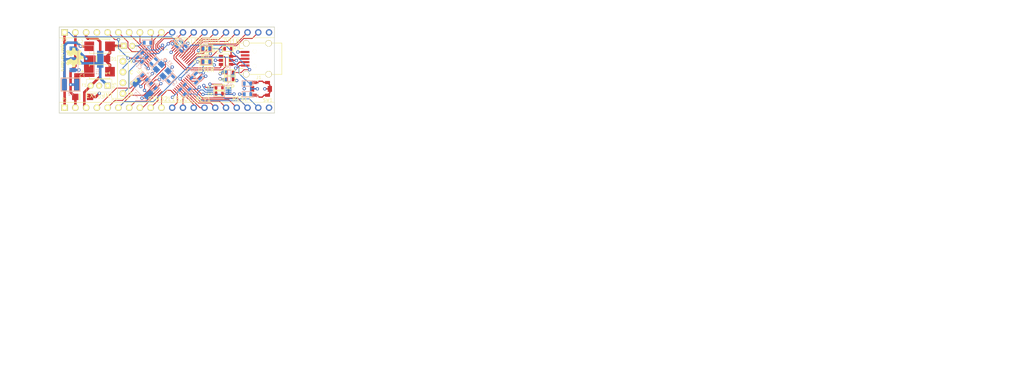
<source format=kicad_pcb>
(kicad_pcb (version 4) (host pcbnew 4.0.7)
  (layers (0 F.Cu signal) (1 +3.3V power hide) (2 GND power hide) (31 B.Cu signal) (34 B.Paste user) (35 F.Paste user) (36 B.SilkS user) (37 F.SilkS user) (38 B.Mask user) (39 F.Mask user) (44 Edge.Cuts user))
  (net 0 "")
  (net 1 "Net-(C1-Pad1)")
  (net 2 GND)
  (net 3 /X1)
  (net 4 /X3)
  (net 5 /~MRST)
  (net 6 /X2)
  (net 7 /X4)
  (net 8 /USB_DM)
  (net 9 /USB_DP)
  (net 10 "Net-(D2-Pad4)")
  (net 11 +3.3V)
  (net 12 "Net-(D2-Pad6)")
  (net 13 /+3.3V_OUT)
  (net 14 +5V)
  (net 15 "Net-(J1-Pad4)")
  (net 16 /VBAT)
  (net 17 /PC13)
  (net 18 /PA0)
  (net 19 /PA1)
  (net 20 /PA2)
  (net 21 /PA3)
  (net 22 /PA4)
  (net 23 /PA5)
  (net 24 /PA6)
  (net 25 /PA7)
  (net 26 /PB0)
  (net 27 /PB1)
  (net 28 /PB2)
  (net 29 /PB10)
  (net 30 /PB11)
  (net 31 /+3.3V_IN)
  (net 32 /PB9)
  (net 33 /PB8)
  (net 34 /PB7)
  (net 35 /PB6)
  (net 36 /PB5)
  (net 37 /PB4)
  (net 38 /PB3)
  (net 39 /PA15)
  (net 40 /PA10)
  (net 41 /PA9)
  (net 42 /PA8)
  (net 43 /PB15)
  (net 44 /PB14)
  (net 45 /PB13)
  (net 46 /PB12)
  (net 47 /SWDIO)
  (net 48 /SWCLK)
  (net 49 /BOOT)
  (net 50 "Net-(D4-PadA)")
  (net 51 "Net-(D5-PadA)")
  (net 52 /+3.3V_INT)
  (net 53 "Net-(P2-Pad4)")
  (net 54 /WP)
  (net 55 "Net-(D6-Pad2)")
  (net 56 "Net-(D6-Pad1)")
  (net 57 "Net-(D6-Pad3)")
  (module Kicad:P0603 (layer B.Cu) (at 72.2 126.2 315)
    (fp_text reference C4 (at 0.282843 -1.272792 315) (layer B.SilkS) (effects (font (size 0.75 0.75) (thickness 0.1)) (justify mirror)))
    (fp_text value 12pF hide)
    (pad 1 smd rect (at -0.75 0 315) (size 0.6 0.9) (layers B.Cu B.Paste B.Mask) (net 4 /X3))
    (pad 2 smd rect (at 0.75 0 315) (size 0.6 0.9) (layers B.Cu B.Paste B.Mask) (net 2 GND))
  )
  (module Kicad:CAPACITOR_TANTALUM_C (layer F.Cu) (at 61.6 124.85)
    (fp_text reference C1 (at -4.05 1) (layer F.SilkS) (effects (font (size 0.75 0.75) (thickness 0.1))))
    (fp_text value 47uF hide)
    (fp_text user + (at -4.064 -0.127) (layer F.SilkS))
    (pad 1 smd rect (at -2.45 0) (size 2.3 2.25) (layers F.Cu F.Paste F.Mask) (net 1 "Net-(C1-Pad1)"))
    (pad 2 smd rect (at 2.45 0) (size 2.3 2.25) (layers F.Cu F.Paste F.Mask) (net 2 GND))
  )
  (module Kicad:CAPACITOR_TANTALUM_C (layer F.Cu) (at 61.6 118.85)
    (fp_text reference C2 (at -4.55 -1.1) (layer F.SilkS) (effects (font (size 0.75 0.75) (thickness 0.1))))
    (fp_text value 47uF hide)
    (fp_text user + (at -4.064 -0.127) (layer F.SilkS))
    (pad 1 smd rect (at -2.45 0) (size 2.3 2.25) (layers F.Cu F.Paste F.Mask) (net 52 /+3.3V_INT))
    (pad 2 smd rect (at 2.45 0) (size 2.3 2.25) (layers F.Cu F.Paste F.Mask) (net 2 GND))
  )
  (module Kicad:P0603 (layer B.Cu) (at 74.3585 122.428 225)
    (fp_text reference C3 (at 2.000001 0 225) (layer B.SilkS) (effects (font (size 0.75 0.75) (thickness 0.1)) (justify mirror)))
    (fp_text value 12pF hide)
    (pad 1 smd rect (at -0.75 0 225) (size 0.6 0.9) (layers B.Cu B.Paste B.Mask) (net 3 /X1))
    (pad 2 smd rect (at 0.75 0 225) (size 0.6 0.9) (layers B.Cu B.Paste B.Mask) (net 2 GND))
  )
  (module Kicad:P0603 (layer B.Cu) (at 96.52 127.635 180)
    (fp_text reference C5 (at -2.03 0.235 180) (layer B.SilkS) (effects (font (size 0.75 0.75) (thickness 0.1)) (justify mirror)))
    (fp_text value 0.010uF hide)
    (pad 1 smd rect (at -0.75 0 180) (size 0.6 0.9) (layers B.Cu B.Paste B.Mask) (net 5 /~MRST))
    (pad 2 smd rect (at 0.75 0 180) (size 0.6 0.9) (layers B.Cu B.Paste B.Mask) (net 2 GND))
  )
  (module Kicad:P0603 (layer B.Cu) (at 78.4225 126.556 45)
    (fp_text reference C6 (at -0.047023 1.287995 45) (layer B.SilkS) (effects (font (size 0.75 0.75) (thickness 0.1)) (justify mirror)))
    (fp_text value 12pF hide)
    (pad 1 smd rect (at -0.75 0 45) (size 0.6 0.9) (layers B.Cu B.Paste B.Mask) (net 6 /X2))
    (pad 2 smd rect (at 0.75 0 45) (size 0.6 0.9) (layers B.Cu B.Paste B.Mask) (net 2 GND))
  )
  (module Kicad:P0603 (layer B.Cu) (at 74.3 128.2 135)
    (fp_text reference C7 (at 0 1.3 135) (layer B.SilkS) (effects (font (size 0.75 0.75) (thickness 0.1)) (justify mirror)))
    (fp_text value 12pF hide)
    (pad 1 smd rect (at -0.75 0 135) (size 0.6 0.9) (layers B.Cu B.Paste B.Mask) (net 7 /X4))
    (pad 2 smd rect (at 0.75 0 135) (size 0.6 0.9) (layers B.Cu B.Paste B.Mask) (net 2 GND))
  )
  (module Kicad:MINI_SMA (layer F.Cu) (at 61.6 121.8 180)
    (fp_text reference D1 (at -3.35 -0.05 180) (layer F.SilkS) (effects (font (size 0.75 0.75) (thickness 0.1))))
    (fp_text value SMLJ33ABCT hide)
    (pad A smd rect (at -1.75 0 180) (size 1.5 1.5) (layers F.Cu F.Paste F.Mask) (net 2 GND))
    (pad K smd rect (at 1.75 0 180) (size 1.5 1.5) (layers F.Cu F.Paste F.Mask) (net 1 "Net-(C1-Pad1)"))
  )
  (module Kicad:SOT23-6 (layer F.Cu) (at 92.6465 122.174 270)
    (fp_text reference D2 (at -1.874 2.7965 360) (layer F.SilkS) (effects (font (size 0.75 0.75) (thickness 0.1))))
    (fp_text value USBLC6-2 hide)
    (pad 1 smd rect (at -0.95 2.4 270) (size 0.7 1) (layers F.Cu F.Paste F.Mask) (net 9 /USB_DP))
    (pad 2 smd rect (at 0 2.4 270) (size 0.7 1) (layers F.Cu F.Paste F.Mask) (net 2 GND))
    (pad 3 smd rect (at 0.95 2.4 270) (size 0.7 1) (layers F.Cu F.Paste F.Mask) (net 8 /USB_DM))
    (pad 4 smd rect (at 0.95 0 270) (size 0.7 1) (layers F.Cu F.Paste F.Mask) (net 10 "Net-(D2-Pad4)"))
    (pad 5 smd rect (at 0 0 270) (size 0.7 1) (layers F.Cu F.Paste F.Mask) (net 11 +3.3V))
    (pad 6 smd rect (at -0.95 0 270) (size 0.7 1) (layers F.Cu F.Paste F.Mask) (net 12 "Net-(D2-Pad6)"))
  )
  (module Kicad:MINI_SMA (layer F.Cu) (at 57.6 130.8 180)
    (fp_text reference D3 (at -4.3 0 180) (layer F.SilkS) (effects (font (size 0.75 0.75) (thickness 0.1))))
    (fp_text value SMLJ33ABCT hide)
    (pad A smd rect (at -1.75 0 180) (size 1.5 1.5) (layers F.Cu F.Paste F.Mask) (net 2 GND))
    (pad K smd rect (at 1.75 0 180) (size 1.5 1.5) (layers F.Cu F.Paste F.Mask) (net 13 /+3.3V_OUT))
  )
  (module Kicad:CONN_USB_UX60-MB (layer F.Cu) (at 96.012 121.793 90)
    (fp_text reference J1 (at -4.445 3.175 180) (layer F.SilkS) (effects (font (size 0.75 0.75) (thickness 0.1))))
    (fp_text value USB_MINI_B_SMD hide)
    (pad 3 smd rect (at 0 -0.05 90) (size 0.5 2) (layers F.Cu F.Paste F.Mask) (net 12 "Net-(D2-Pad6)"))
    (pad 4 smd rect (at 0.8 -0.05 90) (size 0.5 2) (layers F.Cu F.Paste F.Mask) (net 15 "Net-(J1-Pad4)"))
    (pad 5 smd rect (at 1.6 -0.05 90) (size 0.5 2) (layers F.Cu F.Paste F.Mask) (net 2 GND))
    (pad 1 smd rect (at -1.6 -0.05 90) (size 0.5 2) (layers F.Cu F.Paste F.Mask) (net 55 "Net-(D6-Pad2)"))
    (pad 2 smd rect (at -0.8 -0.05 90) (size 0.5 2) (layers F.Cu F.Paste F.Mask) (net 10 "Net-(D2-Pad4)"))
    (pad "" np_thru_hole circle (at -1.75 2.2 90) (size 0.9 0.9) (drill 0.9) (layers *.Cu *.Mask F.SilkS))
    (pad "" np_thru_hole circle (at 1.75 2.2 90) (size 0.9 0.9) (drill 0.9) (layers *.Cu *.Mask F.SilkS))
    (pad 6 thru_hole circle (at -3.65 0.2 90) (size 1.5 1.5) (drill 1.2) (layers *.Cu *.Mask F.SilkS) (net 2 GND))
    (pad 7 thru_hole circle (at 3.65 0.2 90) (size 1.5 1.5) (drill 1.2) (layers *.Cu *.Mask F.SilkS) (net 2 GND))
    (pad 8 thru_hole circle (at -3.65 5.5 90) (size 1.5 1.5) (drill 1.2) (layers *.Cu *.Mask F.SilkS) (net 2 GND))
    (pad 9 thru_hole circle (at 3.65 5.5 90) (size 1.5 1.5) (drill 1.2) (layers *.Cu *.Mask F.SilkS) (net 2 GND))
  )
  (module Kicad:HEADER_1X20_100MIL (layer F.Cu) (at 53.34 133.35)
    (fp_text reference P1 (at 0.06 -1.95) (layer F.SilkS) (effects (font (size 0.7 0.7) (thickness 0.1))))
    (fp_text value CONN_1x20 hide)
    (pad 1 thru_hole rect (at 0 0) (size 1.524 1.524) (drill 0.9144) (layers *.Cu *.Mask F.SilkS) (net 14 +5V))
    (pad 2 thru_hole circle (at 2.54 0) (size 1.524 1.524) (drill 0.9144) (layers *.Cu *.Mask F.SilkS) (net 13 /+3.3V_OUT))
    (pad 3 thru_hole circle (at 5.08 0) (size 1.524 1.524) (drill 0.9144) (layers *.Cu *.Mask F.SilkS) (net 31 /+3.3V_IN))
    (pad 4 thru_hole circle (at 7.62 0) (size 1.524 1.524) (drill 0.9144) (layers *.Cu *.Mask F.SilkS) (net 16 /VBAT))
    (pad 5 thru_hole circle (at 10.16 0) (size 1.524 1.524) (drill 0.9144) (layers *.Cu *.Mask F.SilkS) (net 17 /PC13))
    (pad 6 thru_hole circle (at 12.7 0) (size 1.524 1.524) (drill 0.9144) (layers *.Cu *.Mask F.SilkS) (net 5 /~MRST))
    (pad 7 thru_hole circle (at 15.24 0) (size 1.524 1.524) (drill 0.9144) (layers *.Cu *.Mask F.SilkS) (net 18 /PA0))
    (pad 8 thru_hole circle (at 17.78 0) (size 1.524 1.524) (drill 0.9144) (layers *.Cu *.Mask F.SilkS) (net 19 /PA1))
    (pad 9 thru_hole circle (at 20.32 0) (size 1.524 1.524) (drill 0.9144) (layers *.Cu *.Mask F.SilkS) (net 20 /PA2))
    (pad 10 thru_hole circle (at 22.86 0) (size 1.524 1.524) (drill 0.9144) (layers *.Cu *.Mask F.SilkS) (net 21 /PA3))
    (pad 11 thru_hole circle (at 25.4 0) (size 1.524 1.524) (drill 0.9144) (layers *.Cu *.Mask) (net 22 /PA4))
    (pad 12 thru_hole circle (at 27.94 0) (size 1.524 1.524) (drill 0.9144) (layers *.Cu *.Mask) (net 23 /PA5))
    (pad 13 thru_hole circle (at 30.48 0) (size 1.524 1.524) (drill 0.9144) (layers *.Cu *.Mask) (net 24 /PA6))
    (pad 14 thru_hole circle (at 33.02 0) (size 1.524 1.524) (drill 0.9144) (layers *.Cu *.Mask) (net 25 /PA7))
    (pad 15 thru_hole circle (at 35.56 0) (size 1.524 1.524) (drill 0.9144) (layers *.Cu *.Mask) (net 26 /PB0))
    (pad 16 thru_hole circle (at 38.1 0) (size 1.524 1.524) (drill 0.9144) (layers *.Cu *.Mask) (net 27 /PB1))
    (pad 17 thru_hole circle (at 40.64 0) (size 1.524 1.524) (drill 0.9144) (layers *.Cu *.Mask) (net 28 /PB2))
    (pad 18 thru_hole circle (at 43.18 0) (size 1.524 1.524) (drill 0.9144) (layers *.Cu *.Mask) (net 29 /PB10))
    (pad 19 thru_hole circle (at 45.72 0) (size 1.524 1.524) (drill 0.9144) (layers *.Cu *.Mask) (net 30 /PB11))
    (pad 20 thru_hole circle (at 48.26 0) (size 1.524 1.524) (drill 0.9144) (layers *.Cu *.Mask) (net 2 GND))
  )
  (module Kicad:HEADER_1X20_100MIL (layer F.Cu) (at 53.34 115.57)
    (fp_text reference P2 (at -0.04 1.93) (layer F.SilkS) (effects (font (size 0.75 0.75) (thickness 0.1))))
    (fp_text value CONN_1x20 hide)
    (pad 1 thru_hole rect (at 0 0) (size 1.524 1.524) (drill 0.9144) (layers *.Cu *.Mask F.SilkS) (net 14 +5V))
    (pad 2 thru_hole circle (at 2.54 0) (size 1.524 1.524) (drill 0.9144) (layers *.Cu *.Mask F.SilkS) (net 13 /+3.3V_OUT))
    (pad 3 thru_hole circle (at 5.08 0) (size 1.524 1.524) (drill 0.9144) (layers *.Cu *.Mask F.SilkS) (net 31 /+3.3V_IN))
    (pad 4 thru_hole circle (at 7.62 0) (size 1.524 1.524) (drill 0.9144) (layers *.Cu *.Mask F.SilkS) (net 53 "Net-(P2-Pad4)"))
    (pad 5 thru_hole circle (at 10.16 0) (size 1.524 1.524) (drill 0.9144) (layers *.Cu *.Mask F.SilkS) (net 32 /PB9))
    (pad 6 thru_hole circle (at 12.7 0) (size 1.524 1.524) (drill 0.9144) (layers *.Cu *.Mask F.SilkS) (net 33 /PB8))
    (pad 7 thru_hole circle (at 15.24 0) (size 1.524 1.524) (drill 0.9144) (layers *.Cu *.Mask F.SilkS) (net 34 /PB7))
    (pad 8 thru_hole circle (at 17.78 0) (size 1.524 1.524) (drill 0.9144) (layers *.Cu *.Mask F.SilkS) (net 35 /PB6))
    (pad 9 thru_hole circle (at 20.32 0) (size 1.524 1.524) (drill 0.9144) (layers *.Cu *.Mask F.SilkS) (net 36 /PB5))
    (pad 10 thru_hole circle (at 22.86 0) (size 1.524 1.524) (drill 0.9144) (layers *.Cu *.Mask F.SilkS) (net 37 /PB4))
    (pad 11 thru_hole circle (at 25.4 0) (size 1.524 1.524) (drill 0.9144) (layers *.Cu *.Mask) (net 38 /PB3))
    (pad 12 thru_hole circle (at 27.94 0) (size 1.524 1.524) (drill 0.9144) (layers *.Cu *.Mask) (net 39 /PA15))
    (pad 13 thru_hole circle (at 30.48 0) (size 1.524 1.524) (drill 0.9144) (layers *.Cu *.Mask) (net 40 /PA10))
    (pad 14 thru_hole circle (at 33.02 0) (size 1.524 1.524) (drill 0.9144) (layers *.Cu *.Mask) (net 41 /PA9))
    (pad 15 thru_hole circle (at 35.56 0) (size 1.524 1.524) (drill 0.9144) (layers *.Cu *.Mask) (net 42 /PA8))
    (pad 16 thru_hole circle (at 38.1 0) (size 1.524 1.524) (drill 0.9144) (layers *.Cu *.Mask) (net 43 /PB15))
    (pad 17 thru_hole circle (at 40.64 0) (size 1.524 1.524) (drill 0.9144) (layers *.Cu *.Mask) (net 44 /PB14))
    (pad 18 thru_hole circle (at 43.18 0) (size 1.524 1.524) (drill 0.9144) (layers *.Cu *.Mask) (net 45 /PB13))
    (pad 19 thru_hole circle (at 45.72 0) (size 1.524 1.524) (drill 0.9144) (layers *.Cu *.Mask) (net 46 /PB12))
    (pad 20 thru_hole circle (at 48.26 0) (size 1.524 1.524) (drill 0.9144) (layers *.Cu *.Mask) (net 2 GND))
  )
  (module Kicad:Connector_1x4_100mil_TH (layer F.Cu) (at 67.1 130 180)
    (fp_text reference P3 (at 2.05 -1.5 180) (layer F.SilkS) (effects (font (size 0.7 0.7) (thickness 0.1))))
    (fp_text value CONN_1x4 hide)
    (pad 1 thru_hole circle (at 0 0 180) (size 1.6 1.6) (drill 0.8) (layers *.Cu *.Mask F.SilkS) (net 47 /SWDIO))
    (pad 2 thru_hole circle (at 0 2.54 180) (size 1.6 1.6) (drill 0.8) (layers *.Cu *.Mask F.SilkS) (net 2 GND))
    (pad 3 thru_hole circle (at 0 5.08 180) (size 1.6 1.6) (drill 0.8) (layers *.Cu *.Mask F.SilkS) (net 48 /SWCLK))
    (pad 4 thru_hole circle (at 0 7.62 180) (size 1.6 1.6) (drill 0.8) (layers *.Cu *.Mask F.SilkS) (net 11 +3.3V))
  )
  (module Kicad:P0603 (layer F.Cu) (at 91.8845 119.444)
    (fp_text reference R1 (at 2.0155 -0.144) (layer F.SilkS) (effects (font (size 0.75 0.75) (thickness 0.1))))
    (fp_text value 1.50kΩ hide)
    (pad 1 smd rect (at -0.75 0) (size 0.6 0.9) (layers F.Cu F.Paste F.Mask) (net 11 +3.3V))
    (pad 2 smd rect (at 0.75 0) (size 0.6 0.9) (layers F.Cu F.Paste F.Mask) (net 12 "Net-(D2-Pad6)"))
  )
  (module Kicad:P0603 (layer F.Cu) (at 92.35 125.05 180)
    (fp_text reference R2 (at 1.95 0 360) (layer F.SilkS) (effects (font (size 0.75 0.75) (thickness 0.1))))
    (fp_text value ZERO_Ω hide)
    (pad 1 smd rect (at -0.75 0 180) (size 0.6 0.9) (layers F.Cu F.Paste F.Mask) (net 14 +5V))
    (pad 2 smd rect (at 0.75 0 180) (size 0.6 0.9) (layers F.Cu F.Paste F.Mask) (net 57 "Net-(D6-Pad3)"))
  )
  (module Kicad:P0603 (layer B.Cu) (at 72.9 118)
    (fp_text reference R3 (at 2.2 0) (layer B.SilkS) (effects (font (size 0.75 0.75) (thickness 0.1)) (justify mirror)))
    (fp_text value 10.0kΩ hide)
    (pad 1 smd rect (at -0.75 0) (size 0.6 0.9) (layers B.Cu B.Paste B.Mask) (net 49 /BOOT))
    (pad 2 smd rect (at 0.75 0) (size 0.6 0.9) (layers B.Cu B.Paste B.Mask) (net 11 +3.3V))
  )
  (module Kicad:P0603 (layer B.Cu) (at 96.52 130.175 180)
    (fp_text reference R4 (at -2.03 -0.475 180) (layer B.SilkS) (effects (font (size 0.75 0.75) (thickness 0.1)) (justify mirror)))
    (fp_text value 10.0kΩ hide)
    (pad 1 smd rect (at -0.75 0 180) (size 0.6 0.9) (layers B.Cu B.Paste B.Mask) (net 5 /~MRST))
    (pad 2 smd rect (at 0.75 0 180) (size 0.6 0.9) (layers B.Cu B.Paste B.Mask) (net 11 +3.3V))
  )
  (module Kicad:SOT223_4 (layer B.Cu) (at 55.245 121.92 90)
    (fp_text reference U1 (at -3.048 5.842 90) (layer B.SilkS) (effects (font (size 0.75 0.75) (thickness 0.1)) (justify mirror)))
    (fp_text value LM1117_SOT223 hide)
    (pad 1 smd rect (at -2.54 0 90) (size 1 1.5) (layers B.Cu B.Paste B.Mask) (net 2 GND))
    (pad 2 smd rect (at 0 0 90) (size 1 1.5) (layers B.Cu B.Paste B.Mask) (net 52 /+3.3V_INT))
    (pad 3 smd rect (at 2.54 0 90) (size 1 1.5) (layers B.Cu B.Paste B.Mask) (net 1 "Net-(C1-Pad1)"))
    (pad 4 smd rect (at 0 6.5 90) (size 4 1.5) (layers B.Cu B.Paste B.Mask) (net 52 /+3.3V_INT))
  )
  (module Kicad:XTAL_3.2X2.5 (layer B.Cu) (at 76.2 123.126 315)
    (fp_text reference X1 (at 1.145 -1.64 315) (layer B.SilkS) (effects (font (size 0.75 0.75) (thickness 0.1)) (justify mirror)))
    (fp_text value ABM8G-12.00MHz hide)
    (pad 1 smd rect (at 0 0 315) (size 1.397 1.1938) (layers B.Cu B.Paste B.Mask) (net 3 /X1))
    (pad 2 smd rect (at 2.2098 0 315) (size 1.397 1.1938) (layers B.Cu B.Paste B.Mask) (net 2 GND))
    (pad 3 smd rect (at 2.2098 1.7018 315) (size 1.397 1.1938) (layers B.Cu B.Paste B.Mask) (net 6 /X2))
    (pad 4 smd rect (at 0 1.7018 315) (size 1.397 1.1938) (layers B.Cu B.Paste B.Mask) (net 2 GND))
  )
  (module Kicad:XTAL_1.8X4.9mm (layer B.Cu) (at 70.3 127.4 315)
    (fp_text reference X2 (at 2.05061 2.12132 315) (layer B.SilkS) (effects (font (size 0.75 0.75) (thickness 0.1)) (justify mirror)))
    (fp_text value ABS10-32.768kHz hide)
    (pad 1 smd rect (at 0 0 315) (size 1.27 2.2098) (layers B.Cu B.Paste B.Mask) (net 4 /X3))
    (pad 2 smd rect (at 4.064 0 315) (size 1.27 2.2098) (layers B.Cu B.Paste B.Mask) (net 7 /X4))
  )
  (module Kicad:P0603 (layer B.Cu) (at 84.836 125.857 315)
    (fp_text reference C8 (at -2.081015 -0.050205 315) (layer B.SilkS) (effects (font (size 0.75 0.75) (thickness 0.1)) (justify mirror)))
    (fp_text value 0.10uF hide)
    (pad 1 smd rect (at -0.75 0 315) (size 0.6 0.9) (layers B.Cu B.Paste B.Mask) (net 11 +3.3V))
    (pad 2 smd rect (at 0.75 0 315) (size 0.6 0.9) (layers B.Cu B.Paste B.Mask) (net 2 GND))
  )
  (module Kicad:P0603 (layer B.Cu) (at 83.82 126.873 315)
    (fp_text reference C9 (at -2.151726 -0.002121 315) (layer B.SilkS) (effects (font (size 0.75 0.75) (thickness 0.1)) (justify mirror)))
    (fp_text value 10.0uF hide)
    (pad 1 smd rect (at -0.75 0 315) (size 0.6 0.9) (layers B.Cu B.Paste B.Mask) (net 11 +3.3V))
    (pad 2 smd rect (at 0.75 0 315) (size 0.6 0.9) (layers B.Cu B.Paste B.Mask) (net 2 GND))
  )
  (module Kicad:P0603 (layer B.Cu) (at 80.3 118.3 45)
    (fp_text reference C10 (at 0.318198 -1.237437 45) (layer B.SilkS) (effects (font (size 0.75 0.75) (thickness 0.1)) (justify mirror)))
    (fp_text value 0.10uF hide)
    (pad 1 smd rect (at -0.75 0 45) (size 0.6 0.9) (layers B.Cu B.Paste B.Mask) (net 11 +3.3V))
    (pad 2 smd rect (at 0.75 0 45) (size 0.6 0.9) (layers B.Cu B.Paste B.Mask) (net 2 GND))
  )
  (module Kicad:P0603 (layer B.Cu) (at 81.4 119.4 45)
    (fp_text reference C11 (at 0.070711 1.484924 45) (layer B.SilkS) (effects (font (size 0.75 0.75) (thickness 0.1)) (justify mirror)))
    (fp_text value 10.0uF hide)
    (pad 1 smd rect (at -0.75 0 45) (size 0.6 0.9) (layers B.Cu B.Paste B.Mask) (net 11 +3.3V))
    (pad 2 smd rect (at 0.75 0 45) (size 0.6 0.9) (layers B.Cu B.Paste B.Mask) (net 2 GND))
  )
  (module Kicad:P0603 (layer B.Cu) (at 71.05 122 315)
    (fp_text reference C12 (at 0.671751 1.308148 315) (layer B.SilkS) (effects (font (size 0.75 0.75) (thickness 0.1)) (justify mirror)))
    (fp_text value 0.10uF hide)
    (pad 1 smd rect (at -0.75 0 315) (size 0.6 0.9) (layers B.Cu B.Paste B.Mask) (net 11 +3.3V))
    (pad 2 smd rect (at 0.75 0 315) (size 0.6 0.9) (layers B.Cu B.Paste B.Mask) (net 2 GND))
  )
  (module Kicad:P0603 (layer B.Cu) (at 72.2 120.9 315)
    (fp_text reference C13 (at -0.212132 -1.272792 315) (layer B.SilkS) (effects (font (size 0.75 0.75) (thickness 0.1)) (justify mirror)))
    (fp_text value 10.0uF hide)
    (pad 1 smd rect (at -0.75 0 315) (size 0.6 0.9) (layers B.Cu B.Paste B.Mask) (net 11 +3.3V))
    (pad 2 smd rect (at 0.75 0 315) (size 0.6 0.9) (layers B.Cu B.Paste B.Mask) (net 2 GND))
  )
  (module Kicad:P1210 (layer B.Cu) (at 54.75 127.9)
    (fp_text reference F2 (at 0 2.2) (layer B.SilkS) (effects (font (size 0.75 0.75) (thickness 0.1)) (justify mirror)))
    (fp_text value FUSE_PTC_.5A_33V hide)
    (pad 1 smd rect (at -1.45 0) (size 1.15 2.7) (layers B.Cu B.Paste B.Mask) (net 52 /+3.3V_INT))
    (pad 2 smd rect (at 1.45 0) (size 1.15 2.7) (layers B.Cu B.Paste B.Mask) (net 13 /+3.3V_OUT))
  )
  (module Kicad:P1210 (layer F.Cu) (at 54.75 127.9)
    (fp_text reference F1 (at 3.175 0.127) (layer F.SilkS) (effects (font (size 0.65 0.65) (thickness 0.0975))))
    (fp_text value FUSE_PTC_.75A_33V hide)
    (pad 1 smd rect (at -1.45 0) (size 1.15 2.7) (layers F.Cu F.Paste F.Mask) (net 14 +5V))
    (pad 2 smd rect (at 1.45 0) (size 1.15 2.7) (layers F.Cu F.Paste F.Mask) (net 1 "Net-(C1-Pad1)"))
  )
  (module Kicad:QFP48_7X7_0.5 (layer F.Cu) (at 77.47 124.46 45)
    (fp_text reference U2 (at -4.669733 -4.400325 45) (layer F.SilkS) (effects (font (size 0.75 0.75) (thickness 0.1))))
    (fp_text value STM32L152Cxx hide)
    (pad 1 smd oval (at -4.85 -2.75 135) (size 0.2 1.2) (layers F.Cu F.Paste F.Mask) (net 16 /VBAT))
    (pad 2 smd oval (at -4.85 -2.25 135) (size 0.2 1.2) (layers F.Cu F.Paste F.Mask) (net 17 /PC13))
    (pad 3 smd oval (at -4.85 -1.75 135) (size 0.2 1.2) (layers F.Cu F.Paste F.Mask) (net 4 /X3))
    (pad 4 smd oval (at -4.85 -1.25 135) (size 0.2 1.2) (layers F.Cu F.Paste F.Mask) (net 7 /X4))
    (pad 5 smd oval (at -4.85 -0.75 135) (size 0.2 1.2) (layers F.Cu F.Paste F.Mask) (net 3 /X1))
    (pad 6 smd oval (at -4.85 -0.25 135) (size 0.2 1.2) (layers F.Cu F.Paste F.Mask) (net 6 /X2))
    (pad 7 smd oval (at -4.85 0.25 135) (size 0.2 1.2) (layers F.Cu F.Paste F.Mask) (net 5 /~MRST))
    (pad 8 smd oval (at -4.85 0.75 135) (size 0.2 1.2) (layers F.Cu F.Paste F.Mask) (net 2 GND))
    (pad 9 smd oval (at -4.85 1.25 135) (size 0.2 1.2) (layers F.Cu F.Paste F.Mask) (net 11 +3.3V))
    (pad 10 smd oval (at -4.85 1.75 135) (size 0.2 1.2) (layers F.Cu F.Paste F.Mask) (net 18 /PA0))
    (pad 11 smd oval (at -4.85 2.25 135) (size 0.2 1.2) (layers F.Cu F.Paste F.Mask) (net 19 /PA1))
    (pad 12 smd oval (at -4.85 2.75 135) (size 0.2 1.2) (layers F.Cu F.Paste F.Mask) (net 20 /PA2))
    (pad 13 smd oval (at -2.75 4.85 45) (size 0.2 1.2) (layers F.Cu F.Paste F.Mask) (net 21 /PA3))
    (pad 14 smd oval (at -2.25 4.85 45) (size 0.2 1.2) (layers F.Cu F.Paste F.Mask) (net 22 /PA4))
    (pad 15 smd oval (at -1.75 4.85 45) (size 0.2 1.2) (layers F.Cu F.Paste F.Mask) (net 23 /PA5))
    (pad 16 smd oval (at -1.25 4.85 45) (size 0.2 1.2) (layers F.Cu F.Paste F.Mask) (net 24 /PA6))
    (pad 17 smd oval (at -0.75 4.85 45) (size 0.2 1.2) (layers F.Cu F.Paste F.Mask) (net 25 /PA7))
    (pad 18 smd oval (at -0.25 4.85 45) (size 0.2 1.2) (layers F.Cu F.Paste F.Mask) (net 26 /PB0))
    (pad 19 smd oval (at 0.25 4.85 45) (size 0.2 1.2) (layers F.Cu F.Paste F.Mask) (net 27 /PB1))
    (pad 20 smd oval (at 0.75 4.85 45) (size 0.2 1.2) (layers F.Cu F.Paste F.Mask) (net 28 /PB2))
    (pad 21 smd oval (at 1.25 4.85 45) (size 0.2 1.2) (layers F.Cu F.Paste F.Mask) (net 29 /PB10))
    (pad 22 smd oval (at 1.75 4.85 45) (size 0.2 1.2) (layers F.Cu F.Paste F.Mask) (net 30 /PB11))
    (pad 23 smd oval (at 2.25 4.85 45) (size 0.2 1.2) (layers F.Cu F.Paste F.Mask) (net 2 GND))
    (pad 24 smd oval (at 2.75 4.85 45) (size 0.2 1.2) (layers F.Cu F.Paste F.Mask) (net 11 +3.3V))
    (pad 25 smd oval (at 4.85 2.75 135) (size 0.2 1.2) (layers F.Cu F.Paste F.Mask) (net 46 /PB12))
    (pad 26 smd oval (at 4.85 2.25 135) (size 0.2 1.2) (layers F.Cu F.Paste F.Mask) (net 45 /PB13))
    (pad 27 smd oval (at 4.85 1.75 135) (size 0.2 1.2) (layers F.Cu F.Paste F.Mask) (net 44 /PB14))
    (pad 28 smd oval (at 4.85 1.25 135) (size 0.2 1.2) (layers F.Cu F.Paste F.Mask) (net 43 /PB15))
    (pad 29 smd oval (at 4.85 0.75 135) (size 0.2 1.2) (layers F.Cu F.Paste F.Mask) (net 42 /PA8))
    (pad 30 smd oval (at 4.85 0.25 135) (size 0.2 1.2) (layers F.Cu F.Paste F.Mask) (net 41 /PA9))
    (pad 31 smd oval (at 4.85 -0.25 135) (size 0.2 1.2) (layers F.Cu F.Paste F.Mask) (net 40 /PA10))
    (pad 32 smd oval (at 4.85 -0.75 135) (size 0.2 1.2) (layers F.Cu F.Paste F.Mask) (net 8 /USB_DM))
    (pad 33 smd oval (at 4.85 -1.25 135) (size 0.2 1.2) (layers F.Cu F.Paste F.Mask) (net 9 /USB_DP))
    (pad 34 smd oval (at 4.85 -1.75 135) (size 0.2 1.2) (layers F.Cu F.Paste F.Mask) (net 47 /SWDIO))
    (pad 35 smd oval (at 4.85 -2.25 135) (size 0.2 1.2) (layers F.Cu F.Paste F.Mask) (net 2 GND))
    (pad 36 smd oval (at 4.85 -2.75 135) (size 0.2 1.2) (layers F.Cu F.Paste F.Mask) (net 11 +3.3V))
    (pad 37 smd oval (at 2.75 -4.85 45) (size 0.2 1.2) (layers F.Cu F.Paste F.Mask) (net 48 /SWCLK))
    (pad 38 smd oval (at 2.25 -4.85 45) (size 0.2 1.2) (layers F.Cu F.Paste F.Mask) (net 39 /PA15))
    (pad 39 smd oval (at 1.75 -4.85 45) (size 0.2 1.2) (layers F.Cu F.Paste F.Mask) (net 38 /PB3))
    (pad 40 smd oval (at 1.25 -4.85 45) (size 0.2 1.2) (layers F.Cu F.Paste F.Mask) (net 37 /PB4))
    (pad 41 smd oval (at 0.75 -4.85 45) (size 0.2 1.2) (layers F.Cu F.Paste F.Mask) (net 36 /PB5))
    (pad 42 smd oval (at 0.25 -4.85 45) (size 0.2 1.2) (layers F.Cu F.Paste F.Mask) (net 35 /PB6))
    (pad 43 smd oval (at -0.25 -4.85 45) (size 0.2 1.2) (layers F.Cu F.Paste F.Mask) (net 34 /PB7))
    (pad 44 smd oval (at -0.75 -4.85 45) (size 0.2 1.2) (layers F.Cu F.Paste F.Mask) (net 49 /BOOT))
    (pad 45 smd oval (at -1.25 -4.85 45) (size 0.2 1.2) (layers F.Cu F.Paste F.Mask) (net 33 /PB8))
    (pad 46 smd oval (at -1.75 -4.85 45) (size 0.2 1.2) (layers F.Cu F.Paste F.Mask) (net 32 /PB9))
    (pad 47 smd oval (at -2.25 -4.85 45) (size 0.2 1.2) (layers F.Cu F.Paste F.Mask) (net 2 GND))
    (pad 48 smd oval (at -2.75 -4.85 45) (size 0.2 1.2) (layers F.Cu F.Paste F.Mask) (net 11 +3.3V))
  )
  (module Kicad:D0805 (layer F.Cu) (at 86.8 122.5)
    (fp_text reference D4 (at -2.3 0.05) (layer F.SilkS) (effects (font (size 0.75 0.75) (thickness 0.1))))
    (fp_text value Led_Small hide)
    (fp_text user ○ (at -1.9 -0.75) (layer F.SilkS) (effects (font (size 0.4 0.4) (thickness 0.1))))
    (pad K smd rect (at -0.95 0) (size 0.7 1.3) (layers F.Cu F.Paste F.Mask) (net 28 /PB2))
    (pad A smd rect (at 0.95 0) (size 0.7 1.3) (layers F.Cu F.Paste F.Mask) (net 50 "Net-(D4-PadA)"))
  )
  (module Kicad:D0805 (layer F.Cu) (at 86.8 119.35 180)
    (fp_text reference D5 (at -2.25 -0.1 180) (layer F.SilkS) (effects (font (size 0.75 0.75) (thickness 0.1))))
    (fp_text value Led_Small hide)
    (fp_text user ○ (at -1.9 -0.75 180) (layer F.SilkS) (effects (font (size 0.4 0.4) (thickness 0.1))))
    (pad K smd rect (at -0.95 0 180) (size 0.7 1.3) (layers F.Cu F.Paste F.Mask) (net 2 GND))
    (pad A smd rect (at 0.95 0 180) (size 0.7 1.3) (layers F.Cu F.Paste F.Mask) (net 51 "Net-(D5-PadA)"))
  )
  (module Kicad:P0603 (layer B.Cu) (at 86.8 122.5)
    (fp_text reference R5 (at 0.05 -1.25) (layer B.SilkS) (effects (font (size 0.75 0.75) (thickness 0.1)) (justify mirror)))
    (fp_text value 220.0Ω hide)
    (pad 1 smd rect (at -0.75 0) (size 0.6 0.9) (layers B.Cu B.Paste B.Mask) (net 11 +3.3V))
    (pad 2 smd rect (at 0.75 0) (size 0.6 0.9) (layers B.Cu B.Paste B.Mask) (net 50 "Net-(D4-PadA)"))
  )
  (module Kicad:P0603 (layer B.Cu) (at 86.8 119.4 180)
    (fp_text reference R6 (at 0.15 1.3 180) (layer B.SilkS) (effects (font (size 0.75 0.75) (thickness 0.1)) (justify mirror)))
    (fp_text value 220.0Ω hide)
    (pad 1 smd rect (at -0.75 0 180) (size 0.6 0.9) (layers B.Cu B.Paste B.Mask) (net 11 +3.3V))
    (pad 2 smd rect (at 0.75 0 180) (size 0.6 0.9) (layers B.Cu B.Paste B.Mask) (net 51 "Net-(D5-PadA)"))
  )
  (module Kicad:HEADER_1X2_2MM (layer F.Cu) (at 67.31 118.745 90)
    (fp_text reference P4 (at 0.045 -1.46 90) (layer F.SilkS) (effects (font (size 0.75 0.75) (thickness 0.1))))
    (fp_text value Header_2x1 hide)
    (pad 1 thru_hole rect (at 0 0 90) (size 1.4 1.4) (drill 0.7) (layers *.Cu *.Mask F.SilkS) (net 2 GND))
    (pad 2 thru_hole circle (at 0 2 90) (size 1.4 1.4) (drill 0.7) (layers *.Cu *.Mask F.SilkS) (net 49 /BOOT))
  )
  (module Kicad:HEADER_1X3_2MM (layer F.Cu) (at 63.5 128.15 270)
    (fp_text reference P5 (at 0 -1.6 270) (layer F.SilkS) (effects (font (size 0.75 0.75) (thickness 0.1))))
    (fp_text value CONN_1x3 hide)
    (fp_text user 1 (at -3 0 270) (layer F.SilkS))
    (pad 1 thru_hole rect (at 0 0 270) (size 1.4 1.4) (drill 0.7) (layers *.Cu *.Mask F.SilkS) (net 52 /+3.3V_INT))
    (pad 2 thru_hole circle (at 0 2 270) (size 1.4 1.4) (drill 0.7) (layers *.Cu *.Mask F.SilkS) (net 11 +3.3V))
    (pad 3 thru_hole circle (at 0 4 270) (size 1.4 1.4) (drill 0.7) (layers *.Cu *.Mask F.SilkS) (net 31 /+3.3V_IN))
  )
  (module Kicad:SWITCH_SPST_3X4MM (layer F.Cu) (at 99.695 128.905 180)
    (fp_text reference SW1 (at -1.605 -2.645 180) (layer F.SilkS) (effects (font (size 0.75 0.75) (thickness 0.1))))
    (fp_text value PUSHBUTTON_SPST_3X4MM hide)
    (pad "" np_thru_hole circle (at 0 -0.9 180) (size 0.8 0.8) (drill 0.8) (layers *.Cu *.Mask))
    (pad "" np_thru_hole circle (at 0 0.9 180) (size 0.8 0.8) (drill 0.8) (layers *.Cu *.Mask))
    (pad 1 smd rect (at -2.1 0 180) (size 1 1.4) (layers F.Cu F.Paste F.Mask) (net 2 GND))
    (pad 2 smd rect (at 2.1 0 180) (size 1 1.4) (layers F.Cu F.Paste F.Mask) (net 5 /~MRST))
    (pad 3 smd rect (at -1.55 -1.5 180) (size 1.15 0.75) (layers F.Cu F.Paste F.Mask) (net 2 GND))
    (pad 4 smd rect (at 1.55 -1.5 180) (size 1.15 0.75) (layers F.Cu F.Paste F.Mask) (net 2 GND))
    (pad 5 smd rect (at 1.55 1.5 180) (size 1.15 0.75) (layers F.Cu F.Paste F.Mask) (net 2 GND))
    (pad 6 smd rect (at -1.55 1.5 180) (size 1.15 0.75) (layers F.Cu F.Paste F.Mask) (net 2 GND))
  )
  (module Kicad:P0603 (layer F.Cu) (at 89.85 128.55 180)
    (fp_text reference R7 (at 2.2 -0.05 180) (layer F.SilkS) (effects (font (size 0.65 0.65) (thickness 0.0975))))
    (fp_text value ZERO_Ω hide)
    (pad 1 smd rect (at -0.75 0 180) (size 0.6 0.9) (layers F.Cu F.Paste F.Mask) (net 11 +3.3V))
    (pad 2 smd rect (at 0.75 0 180) (size 0.6 0.9) (layers F.Cu F.Paste F.Mask) (net 54 /WP))
  )
  (module Kicad:P0603 (layer F.Cu) (at 89.85 130.05)
    (fp_text reference R8 (at -2.2 0.1) (layer F.SilkS) (effects (font (size 0.65 0.65) (thickness 0.0975))))
    (fp_text value 4.70kΩ hide)
    (pad 1 smd rect (at -0.75 0) (size 0.6 0.9) (layers F.Cu F.Paste F.Mask) (net 54 /WP))
    (pad 2 smd rect (at 0.75 0) (size 0.6 0.9) (layers F.Cu F.Paste F.Mask) (net 2 GND))
  )
  (module Kicad:MSOP8 (layer B.Cu) (at 89.85 129.7 180)
    (fp_text reference U3 (at -2.5 1.9 180) (layer B.SilkS) (effects (font (size 0.65 0.65) (thickness 0.0975)) (justify mirror)))
    (fp_text value 24FCxx_/MS hide)
    (fp_text user ○ (at -1.7 1.6 180) (layer B.SilkS) (effects (font (size 0.4 0.4) (thickness 0.1)) (justify mirror)))
    (pad 1 smd rect (at -2.2 1 180) (size 1.4 0.3) (layers B.Cu B.Paste B.Mask) (net 2 GND))
    (pad 2 smd rect (at -2.2 0.5 180) (size 1.4 0.3) (layers B.Cu B.Paste B.Mask) (net 2 GND))
    (pad 3 smd rect (at -2.2 0 180) (size 1.4 0.3) (layers B.Cu B.Paste B.Mask) (net 2 GND))
    (pad 4 smd rect (at -2.2 -0.5 180) (size 1.4 0.3) (layers B.Cu B.Paste B.Mask) (net 2 GND))
    (pad 5 smd rect (at 2.2 -0.5 180) (size 1.4 0.3) (layers B.Cu B.Paste B.Mask) (net 30 /PB11))
    (pad 6 smd rect (at 2.2 0 180) (size 1.4 0.3) (layers B.Cu B.Paste B.Mask) (net 29 /PB10))
    (pad 7 smd rect (at 2.2 0.5 180) (size 1.4 0.3) (layers B.Cu B.Paste B.Mask) (net 54 /WP))
    (pad 8 smd rect (at 2.2 1 180) (size 1.4 0.3) (layers B.Cu B.Paste B.Mask) (net 11 +3.3V))
  )
  (module Kicad:SOT23-3 (layer B.Cu) (at 93.15 125.8 90)
    (fp_text reference D6 (at 2.1 -1.2 180) (layer B.SilkS) (effects (font (size 0.75 0.75) (thickness 0.1)) (justify mirror)))
    (fp_text value BAT54C hide)
    (pad 2 smd rect (at 0 0 90) (size 0.8 1) (layers B.Cu B.Paste B.Mask) (net 55 "Net-(D6-Pad2)"))
    (pad 1 smd rect (at -0.95 -2 90) (size 0.8 1) (layers B.Cu B.Paste B.Mask) (net 56 "Net-(D6-Pad1)"))
    (pad 3 smd rect (at 0.95 -2 90) (size 0.8 1) (layers B.Cu B.Paste B.Mask) (net 57 "Net-(D6-Pad3)"))
  )
  (module Kicad:P0603 (layer F.Cu) (at 92.35 126.65 180)
    (fp_text reference R9 (at 2 -0.1 180) (layer F.SilkS) (effects (font (size 0.65 0.65) (thickness 0.0975))))
    (fp_text value ZERO_Ω hide)
    (pad 1 smd rect (at -0.75 0 180) (size 0.6 0.9) (layers F.Cu F.Paste F.Mask) (net 11 +3.3V))
    (pad 2 smd rect (at 0.75 0 180) (size 0.6 0.9) (layers F.Cu F.Paste F.Mask) (net 56 "Net-(D6-Pad1)"))
  )
  (module Symbols:OSHW-Logo2_7.3x6mm_SilkScreen (layer F.Cu) (at 55.05 121.5 270)
    (fp_text reference REF00 hide)
    (fp_text value OSHW-Logo2_7.3x6mm_SilkScreen hide)
  )
  (module Kicad:P0603 (layer B.Cu) (at 81.15 129.6 135)
    (fp_text reference R10 (at -2.404163 0.282843 135) (layer B.SilkS) (effects (font (size 0.75 0.75) (thickness 0.1)) (justify mirror)))
    (fp_text value 3.30kΩ hide)
    (pad 1 smd rect (at -0.75 0 135) (size 0.6 0.9) (layers B.Cu B.Paste B.Mask) (net 29 /PB10))
    (pad 2 smd rect (at 0.75 0 135) (size 0.6 0.9) (layers B.Cu B.Paste B.Mask) (net 11 +3.3V))
  )
  (module Kicad:P0603 (layer B.Cu) (at 82.25 128.45 135)
    (fp_text reference R11 (at -2.227386 0.035355 135) (layer B.SilkS) (effects (font (size 0.75 0.75) (thickness 0.1)) (justify mirror)))
    (fp_text value 3.30kΩ hide)
    (pad 1 smd rect (at -0.75 0 135) (size 0.6 0.9) (layers B.Cu B.Paste B.Mask) (net 30 /PB11))
    (pad 2 smd rect (at 0.75 0 135) (size 0.6 0.9) (layers B.Cu B.Paste B.Mask) (net 11 +3.3V))
  )
  (gr_text "V\n\nC\n\nG\n\nD" (at 69.1 126.3) (layer F.SilkS) (effects (font (size 0.8 0.8))))
  (gr_text "STM32L152CC REV1" (at 80.45 131.3) (layer F.SilkS) (effects (font (size 1 1))))
  (gr_circle (center 80.05 117.8) (end 80.85 117.85) (layer F.SilkS) (width 0.2))
  (gr_text "c CELERITOUS 2018" (at 87.1 117.7) (layer F.SilkS) (effects (font (size 1 1))))
  (gr_text "EXT  INT" (at 61.55 130.5) (layer F.SilkS) (effects (font (size 1 1))))
  (gr_text WP (at 92.45 128.5) (layer F.SilkS) (effects (font (size 1 1))))
  (gr_text PWR (at 85.95 120.95) (layer F.SilkS) (effects (font (size 1 1))))
  (gr_text USER (at 86.75 124.4) (layer F.SilkS) (effects (font (size 1 1))))
  (gr_text RESET (at 95.15 131.25) (layer F.SilkS) (effects (font (size 1 1))))
  (gr_line (start 102.87 134.62) (end 102.87 114.3) (angle 90) (layer Edge.Cuts) (width 0.15))
  (gr_line (start 52.07 114.3) (end 52.07 134.62) (angle 90) (layer Edge.Cuts) (width 0.15))
  (gr_line (start 102.87 114.3) (end 52.07 114.3) (angle 90) (layer Edge.Cuts) (width 0.15))
  (gr_line (start 52.07 134.62) (end 102.87 134.62) (angle 90) (layer Edge.Cuts) (width 0.15))
  (via (at 58.45 121.8) (size 0.762) (layers F.Cu B.Cu) (net 1))
  (segment (start 58.45 121.8) (end 59.85 121.8) (width 0.6096) (layer F.Cu) (net 1))
  (segment (start 56.03 119.38) (end 58.45 121.8) (width 0.6096) (layer B.Cu) (net 1))
  (segment (start 55.245 119.38) (end 56.03 119.38) (width 0.6096) (layer B.Cu) (net 1))
  (segment (start 82.490458 126.298478) (end 82.498478 126.298478) (width 0.2032) (layer F.Cu) (net 2))
  (segment (start 82.498478 126.298478) (end 83.3 127.1) (width 0.2032) (layer F.Cu) (net 2))
  (segment (start 83.3 127.1) (end 85.45 127.1) (width 0.2032) (layer F.Cu) (net 2))
  (segment (start 85.45 127.1) (end 86.65 125.9) (width 0.2032) (layer F.Cu) (net 2))
  (segment (start 85.36633 126.38733) (end 85.36633 126.38367) (width 0.2032) (layer B.Cu) (net 2))
  (segment (start 85.36633 126.38367) (end 85.85 125.9) (width 0.2032) (layer B.Cu) (net 2))
  (segment (start 85.85 125.9) (end 86.65 125.9) (width 0.2032) (layer B.Cu) (net 2))
  (via (at 86.65 125.9) (size 0.762) (drill 0.4064) (layers F.Cu B.Cu) (net 2))
  (segment (start 74.570862 128.419798) (end 74.570862 128.429138) (width 0.2032) (layer F.Cu) (net 2))
  (segment (start 74.570862 128.429138) (end 73.75 129.25) (width 0.2032) (layer F.Cu) (net 2))
  (via (at 71.6 131.1) (size 0.762) (drill 0.4064) (layers F.Cu B.Cu) (net 2))
  (segment (start 72.4 131.1) (end 71.6 131.1) (width 0.2032) (layer F.Cu) (net 2))
  (segment (start 73.75 129.75) (end 72.4 131.1) (width 0.2032) (layer F.Cu) (net 2))
  (segment (start 73.75 129.25) (end 73.75 129.75) (width 0.2032) (layer F.Cu) (net 2))
  (segment (start 72.73033 126.73033) (end 72.76967 126.73033) (width 0.2032) (layer B.Cu) (net 2))
  (segment (start 72.76967 126.73033) (end 74.05 125.45) (width 0.2032) (layer B.Cu) (net 2))
  (via (at 74.05 125.3) (size 0.762) (drill 0.4064) (layers F.Cu B.Cu) (net 2))
  (segment (start 74.996646 124.353354) (end 74.05 125.3) (width 0.2032) (layer B.Cu) (net 2))
  (segment (start 74.05 125.45) (end 74.05 125.3) (width 0.2032) (layer B.Cu) (net 2))
  (segment (start 74.996646 124.329354) (end 74.996646 124.353354) (width 0.2032) (layer B.Cu) (net 2))
  (segment (start 73.76967 127.66967) (end 73.66967 127.66967) (width 0.2032) (layer B.Cu) (net 2))
  (segment (start 73.66967 127.66967) (end 72.73033 126.73033) (width 0.2032) (layer B.Cu) (net 2))
  (segment (start 72.449542 122.621522) (end 72.471522 122.621522) (width 0.2032) (layer F.Cu) (net 2))
  (segment (start 72.471522 122.621522) (end 73.1 123.25) (width 0.2032) (layer F.Cu) (net 2))
  (segment (start 73.1 123.25) (end 73.1 124.1) (width 0.2032) (layer F.Cu) (net 2))
  (via (at 73.1 124.1) (size 0.762) (drill 0.4064) (layers F.Cu B.Cu) (net 2))
  (segment (start 73.1 124.1) (end 71.58033 122.58033) (width 0.2032) (layer B.Cu) (net 2))
  (segment (start 71.58033 122.58033) (end 71.58033 122.53033) (width 0.2032) (layer B.Cu) (net 2))
  (segment (start 77.762565 124.688565) (end 77.811435 124.688565) (width 0.2032) (layer B.Cu) (net 2))
  (segment (start 77.811435 124.688565) (end 78.75 123.75) (width 0.2032) (layer B.Cu) (net 2))
  (via (at 78.75 123.75) (size 0.762) (drill 0.4064) (layers F.Cu B.Cu) (net 2))
  (via (at 61.55 129.95) (size 0.762) (layers F.Cu B.Cu) (net 2))
  (via (at 88.95 122.15) (size 0.762) (layers F.Cu B.Cu) (net 2))
  (via (at 95.75 128.85) (size 0.762) (layers F.Cu B.Cu) (net 2))
  (via (at 100.6 128.9) (size 0.762) (layers F.Cu B.Cu) (net 2))
  (via (at 94.25 120.2) (size 0.762) (layers F.Cu B.Cu) (net 2))
  (via (at 56.75 124.45) (size 0.762) (layers F.Cu B.Cu) (net 2))
  (via (at 82.4463 118.1597) (size 0.762) (layers F.Cu B.Cu) (net 2))
  (via (at 87.77 120.5877) (size 0.762) (layers F.Cu B.Cu) (net 2))
  (via (at 93.3344 130.1233) (size 0.762) (layers F.Cu B.Cu) (net 2))
  (via (at 78.4868 120.2612) (size 0.762) (layers F.Cu B.Cu) (net 2))
  (segment (start 60.7 130.8) (end 61.55 129.95) (width 0.6096) (layer F.Cu) (net 2))
  (segment (start 59.35 130.8) (end 60.7 130.8) (width 0.6096) (layer F.Cu) (net 2))
  (segment (start 88.974 122.174) (end 88.95 122.15) (width 0.2032) (layer F.Cu) (net 2))
  (segment (start 90.2465 122.174) (end 88.974 122.174) (width 0.2032) (layer F.Cu) (net 2))
  (segment (start 92.05 129.2) (end 92.05 128.7) (width 0.3048) (layer B.Cu) (net 2))
  (segment (start 95.77 128.83) (end 95.75 128.85) (width 0.3048) (layer B.Cu) (net 2))
  (segment (start 95.77 127.635) (end 95.77 128.83) (width 0.3048) (layer B.Cu) (net 2))
  (segment (start 100.445 130.405) (end 101.245 130.405) (width 0.3048) (layer F.Cu) (net 2))
  (segment (start 100 130.85) (end 100.445 130.405) (width 0.3048) (layer F.Cu) (net 2))
  (segment (start 99.3 130.85) (end 100 130.85) (width 0.3048) (layer F.Cu) (net 2))
  (segment (start 98.855 130.405) (end 99.3 130.85) (width 0.3048) (layer F.Cu) (net 2))
  (segment (start 98.145 130.405) (end 98.855 130.405) (width 0.3048) (layer F.Cu) (net 2))
  (segment (start 100.355 127.405) (end 101.245 127.405) (width 0.3048) (layer F.Cu) (net 2))
  (segment (start 100.05 127.1) (end 100.355 127.405) (width 0.3048) (layer F.Cu) (net 2))
  (segment (start 99.25 127.1) (end 100.05 127.1) (width 0.3048) (layer F.Cu) (net 2))
  (segment (start 98.945 127.405) (end 99.25 127.1) (width 0.3048) (layer F.Cu) (net 2))
  (segment (start 98.145 127.405) (end 98.945 127.405) (width 0.3048) (layer F.Cu) (net 2))
  (segment (start 101.795 129.805) (end 101.795 128.905) (width 0.3048) (layer F.Cu) (net 2))
  (segment (start 101.245 130.355) (end 101.795 129.805) (width 0.3048) (layer F.Cu) (net 2))
  (segment (start 101.245 130.405) (end 101.245 130.355) (width 0.3048) (layer F.Cu) (net 2))
  (segment (start 94.257 120.193) (end 94.25 120.2) (width 0.3048) (layer F.Cu) (net 2))
  (segment (start 95.962 120.193) (end 94.257 120.193) (width 0.3048) (layer F.Cu) (net 2))
  (segment (start 56.74 124.46) (end 56.75 124.45) (width 0.6096) (layer B.Cu) (net 2))
  (segment (start 55.245 124.46) (end 56.74 124.46) (width 0.6096) (layer B.Cu) (net 2))
  (segment (start 64.05 123.25) (end 64.05 124.85) (width 0.6096) (layer F.Cu) (net 2))
  (segment (start 63.35 122.55) (end 64.05 123.25) (width 0.6096) (layer F.Cu) (net 2))
  (segment (start 63.35 121.8) (end 63.35 122.55) (width 0.6096) (layer F.Cu) (net 2))
  (segment (start 64.05 120.45) (end 64.05 118.85) (width 0.6096) (layer F.Cu) (net 2))
  (segment (start 63.35 121.15) (end 64.05 120.45) (width 0.6096) (layer F.Cu) (net 2))
  (segment (start 63.35 121.8) (end 63.35 121.15) (width 0.6096) (layer F.Cu) (net 2))
  (segment (start 64.155 118.745) (end 64.05 118.85) (width 0.6096) (layer F.Cu) (net 2))
  (segment (start 67.31 118.745) (end 64.155 118.745) (width 0.6096) (layer F.Cu) (net 2))
  (segment (start 101.795 127.995) (end 101.795 128.905) (width 0.3048) (layer F.Cu) (net 2))
  (segment (start 101.245 127.445) (end 101.795 127.995) (width 0.3048) (layer F.Cu) (net 2))
  (segment (start 101.245 127.405) (end 101.245 127.445) (width 0.3048) (layer F.Cu) (net 2))
  (segment (start 100.605 128.905) (end 100.6 128.9) (width 0.3048) (layer F.Cu) (net 2))
  (segment (start 101.795 128.905) (end 100.605 128.905) (width 0.3048) (layer F.Cu) (net 2))
  (segment (start 92.05 130.2) (end 92.05 129.7) (width 0.3048) (layer B.Cu) (net 2))
  (segment (start 92.05 129.7) (end 92.05 129.2) (width 0.3048) (layer B.Cu) (net 2))
  (segment (start 78.9528 126.026) (end 78.9528 126.0257) (width 0.2032) (layer B.Cu) (net 2))
  (segment (start 78.9528 125.879) (end 77.7626 124.689) (width 0.2032) (layer B.Cu) (net 2))
  (segment (start 78.9528 126.0257) (end 78.9528 125.879) (width 0.2032) (layer B.Cu) (net 2))
  (segment (start 74.9966 124.329) (end 74.9966 124.3294) (width 0.2032) (layer B.Cu) (net 2))
  (segment (start 73.8282 123.161) (end 74.9966 124.329) (width 0.2032) (layer B.Cu) (net 2))
  (segment (start 73.8282 122.9583) (end 73.8282 123.161) (width 0.2032) (layer B.Cu) (net 2))
  (segment (start 73.8282 122.958) (end 73.8083 122.958) (width 0.2032) (layer B.Cu) (net 2))
  (segment (start 73.8282 122.9583) (end 73.8282 122.958) (width 0.2032) (layer B.Cu) (net 2))
  (segment (start 77.7626 124.6886) (end 77.7626 124.689) (width 0.2032) (layer B.Cu) (net 2))
  (segment (start 85.3662 126.3872) (end 85.3662 126.3871) (width 0.2032) (layer B.Cu) (net 2))
  (segment (start 85.3663 126.3873) (end 85.3662 126.3872) (width 0.2032) (layer B.Cu) (net 2))
  (segment (start 85.3662 126.3871) (end 85.3663 126.387) (width 0.3048) (layer B.Cu) (net 2))
  (segment (start 81.9303 118.8697) (end 81.9302 118.8698) (width 0.2032) (layer B.Cu) (net 2))
  (segment (start 80.8303 117.77) (end 81.9302 118.8698) (width 0.3048) (layer B.Cu) (net 2))
  (segment (start 81.9302 118.8698) (end 81.9303 118.87) (width 0.3048) (layer B.Cu) (net 2))
  (segment (start 74.5709 128.42) (end 74.5711 128.42) (width 0.2032) (layer F.Cu) (net 2))
  (segment (start 74.5711 128.42) (end 74.5802 128.42) (width 0.2032) (layer F.Cu) (net 2))
  (segment (start 74.5711 128.42) (end 74.5709 128.4198) (width 0.2032) (layer F.Cu) (net 2))
  (segment (start 72.6803 121.43) (end 71.5803 122.53) (width 0.2032) (layer B.Cu) (net 2))
  (segment (start 72.7303 121.43) (end 72.6803 121.43) (width 0.2032) (layer B.Cu) (net 2))
  (segment (start 72.7303 121.4303) (end 72.7303 121.43) (width 0.2032) (layer B.Cu) (net 2))
  (segment (start 71.5803 122.53) (end 71.5803 122.5303) (width 0.2032) (layer B.Cu) (net 2))
  (segment (start 80.8303 117.7697) (end 80.8303 117.77) (width 0.2032) (layer B.Cu) (net 2))
  (segment (start 84.3503 127.403) (end 85.3662 126.3871) (width 0.3048) (layer B.Cu) (net 2))
  (segment (start 84.3503 127.403) (end 84.3503 127.4033) (width 0.2032) (layer B.Cu) (net 2))
  (segment (start 81.9303 118.8697) (end 82.3403 118.4597) (width 0.2032) (layer B.Cu) (net 2))
  (segment (start 87.75 119.35) (end 87.75 120.2797) (width 0.2032) (layer F.Cu) (net 2))
  (segment (start 87.77 120.2997) (end 87.75 120.2797) (width 0.2032) (layer F.Cu) (net 2))
  (segment (start 87.77 120.5877) (end 87.77 120.2997) (width 0.2032) (layer F.Cu) (net 2))
  (segment (start 82.3403 118.2657) (end 82.4463 118.1597) (width 0.2032) (layer B.Cu) (net 2))
  (segment (start 82.3403 118.4597) (end 82.3403 118.2657) (width 0.2032) (layer B.Cu) (net 2))
  (segment (start 93.1064 130.1233) (end 93.0297 130.2) (width 0.2032) (layer B.Cu) (net 2))
  (segment (start 93.3344 130.1233) (end 93.1064 130.1233) (width 0.2032) (layer B.Cu) (net 2))
  (segment (start 92.05 130.2) (end 93.0297 130.2) (width 0.2032) (layer B.Cu) (net 2))
  (segment (start 91.253 130.1233) (end 91.1797 130.05) (width 0.2032) (layer F.Cu) (net 2))
  (segment (start 93.3344 130.1233) (end 91.253 130.1233) (width 0.2032) (layer F.Cu) (net 2))
  (segment (start 90.6 130.05) (end 91.1797 130.05) (width 0.2032) (layer F.Cu) (net 2))
  (segment (start 72.4495 122.622) (end 72.45 122.622) (width 0.2032) (layer F.Cu) (net 2))
  (segment (start 72.45 122.622) (end 72.4715 122.622) (width 0.2032) (layer F.Cu) (net 2))
  (segment (start 72.45 122.622) (end 72.4495 122.6215) (width 0.2032) (layer F.Cu) (net 2))
  (segment (start 74.9966 124.3294) (end 74.9966 124.5912) (width 0.2032) (layer B.Cu) (net 2))
  (segment (start 74.9966 124.5912) (end 74.9966 124.853) (width 0.2032) (layer B.Cu) (net 2))
  (segment (start 78.4868 120.2612) (end 79.3085 119.4395) (width 0.2032) (layer F.Cu) (net 2))
  (via (at 77.15 122.2) (size 0.762) (layers F.Cu B.Cu) (net 3))
  (segment (start 76.1172 123.126) (end 74.8888 121.898) (width 0.2032) (layer B.Cu) (net 3))
  (segment (start 76.2 123.126) (end 76.1172 123.126) (width 0.2032) (layer B.Cu) (net 3))
  (segment (start 77.15 123.7) (end 77.15 122.2) (width 0.2032) (layer F.Cu) (net 3))
  (segment (start 73.5102 127.34) (end 77.15 123.7) (width 0.2032) (layer F.Cu) (net 3))
  (segment (start 73.5102 127.359) (end 73.5102 127.34) (width 0.2032) (layer F.Cu) (net 3))
  (segment (start 76.224 123.126) (end 76.2 123.126) (width 0.2032) (layer B.Cu) (net 3))
  (segment (start 77.15 122.2) (end 76.224 123.126) (width 0.2032) (layer B.Cu) (net 3))
  (segment (start 74.8888 121.898) (end 74.8891 121.898) (width 0.3048) (layer B.Cu) (net 3))
  (segment (start 74.8891 121.898) (end 74.9717 121.898) (width 0.3048) (layer B.Cu) (net 3))
  (segment (start 74.8891 121.898) (end 74.8888 121.8977) (width 0.2032) (layer B.Cu) (net 3))
  (segment (start 73.5102 127.3591) (end 73.5102 127.359) (width 0.2032) (layer F.Cu) (net 3))
  (segment (start 72.803095 126.652031) (end 72.797969 126.652031) (width 0.2032) (layer F.Cu) (net 4))
  (segment (start 72.797969 126.652031) (end 71.35 128.1) (width 0.2032) (layer F.Cu) (net 4))
  (segment (start 71.35 128.1) (end 71.35 128.35) (width 0.2032) (layer F.Cu) (net 4))
  (via (at 71.35 128.35) (size 0.762) (drill 0.4064) (layers F.Cu B.Cu) (net 4))
  (segment (start 71.35 128.35) (end 70.4 127.4) (width 0.2032) (layer B.Cu) (net 4))
  (segment (start 70.4 127.4) (end 70.3 127.4) (width 0.2032) (layer B.Cu) (net 4))
  (segment (start 72.8031 126.652) (end 72.798 126.652) (width 0.2032) (layer F.Cu) (net 4))
  (segment (start 70.35 127.4) (end 70.3 127.4) (width 0.2032) (layer B.Cu) (net 4))
  (segment (start 71.0827 126.2567) (end 71.6697 125.67) (width 0.2032) (layer B.Cu) (net 4))
  (segment (start 71.0827 126.2567) (end 71.6697 125.6697) (width 0.2032) (layer B.Cu) (net 4))
  (segment (start 70.3 127.039) (end 71.0827 126.2567) (width 0.2032) (layer B.Cu) (net 4))
  (segment (start 70.3 127.4) (end 70.3 127.039) (width 0.2032) (layer B.Cu) (net 4))
  (via (at 98.85 128.9) (size 0.762) (layers F.Cu B.Cu) (net 5))
  (segment (start 97.27 128.98) (end 97.27 130.175) (width 0.3048) (layer B.Cu) (net 5))
  (segment (start 97.35 128.9) (end 97.27 128.98) (width 0.3048) (layer B.Cu) (net 5))
  (segment (start 98.85 128.9) (end 97.35 128.9) (width 0.3048) (layer B.Cu) (net 5))
  (segment (start 98.845 128.905) (end 98.85 128.9) (width 0.3048) (layer F.Cu) (net 5))
  (segment (start 97.595 128.905) (end 98.845 128.905) (width 0.3048) (layer F.Cu) (net 5))
  (segment (start 68.9678 130.4222) (end 66.04 133.35) (width 0.2032) (layer F.Cu) (net 5))
  (segment (start 72.0059 130.4222) (end 68.9678 130.4222) (width 0.2032) (layer F.Cu) (net 5))
  (segment (start 73.5952 128.8329) (end 72.0059 130.4222) (width 0.2032) (layer F.Cu) (net 5))
  (segment (start 73.5952 128.6884) (end 73.5952 128.8329) (width 0.2032) (layer F.Cu) (net 5))
  (segment (start 73.5952 128.6883) (end 73.5952 128.6884) (width 0.2032) (layer F.Cu) (net 5))
  (segment (start 74.2173 128.0662) (end 73.5952 128.6883) (width 0.2032) (layer F.Cu) (net 5))
  (segment (start 97.27 127.635) (end 97.27 127.921) (width 0.3048) (layer B.Cu) (net 5))
  (segment (start 97.27 127.921) (end 97.27 128.98) (width 0.3048) (layer B.Cu) (net 5))
  (segment (start 67.4794 131.9106) (end 66.04 133.35) (width 0.2032) (layer B.Cu) (net 5))
  (segment (start 74.2789 131.9106) (end 67.4794 131.9106) (width 0.2032) (layer B.Cu) (net 5))
  (segment (start 84.7462 121.4433) (end 74.2789 131.9106) (width 0.2032) (layer B.Cu) (net 5))
  (segment (start 92.0947 121.4433) (end 84.7462 121.4433) (width 0.2032) (layer B.Cu) (net 5))
  (segment (start 94.5078 123.8564) (end 92.0947 121.4433) (width 0.2032) (layer B.Cu) (net 5))
  (segment (start 94.5078 125.2682) (end 94.5078 123.8564) (width 0.2032) (layer B.Cu) (net 5))
  (segment (start 96.0635 126.8239) (end 94.5078 125.2682) (width 0.2032) (layer B.Cu) (net 5))
  (segment (start 96.1729 126.8239) (end 96.0635 126.8239) (width 0.2032) (layer B.Cu) (net 5))
  (segment (start 97.27 127.921) (end 96.1729 126.8239) (width 0.2032) (layer B.Cu) (net 5))
  (via (at 75.7 126.7) (size 0.762) (layers F.Cu B.Cu) (net 6))
  (segment (start 77.8922 127.086) (end 77.7536 127.086) (width 0.3048) (layer B.Cu) (net 6))
  (segment (start 73.8638 127.713) (end 73.8638 127.7127) (width 0.2032) (layer F.Cu) (net 6))
  (segment (start 74.75 126.8) (end 75.7 126.7) (width 0.2032) (layer F.Cu) (net 6))
  (segment (start 73.8638 127.686) (end 74.75 126.8) (width 0.2032) (layer F.Cu) (net 6))
  (segment (start 73.8638 127.7127) (end 73.8638 127.686) (width 0.2032) (layer F.Cu) (net 6))
  (segment (start 77.8922 127.0863) (end 77.8922 127.086) (width 0.2032) (layer B.Cu) (net 6))
  (segment (start 76.5081 125.892) (end 76.5593 125.892) (width 0.2032) (layer B.Cu) (net 6))
  (segment (start 75.7 126.7) (end 76.5081 125.892) (width 0.2032) (layer B.Cu) (net 6))
  (segment (start 76.6978 125.892) (end 77.8922 127.086) (width 0.2032) (layer B.Cu) (net 6))
  (segment (start 76.5593 125.892) (end 76.6978 125.892) (width 0.2032) (layer B.Cu) (net 6))
  (segment (start 76.5593 125.892) (end 76.5592 125.8919) (width 0.2032) (layer B.Cu) (net 6))
  (via (at 72.2 129.25) (size 0.762) (layers F.Cu B.Cu) (net 7))
  (segment (start 72.2 127.95) (end 72.2 129.25) (width 0.2032) (layer F.Cu) (net 7))
  (segment (start 73.1444 127.006) (end 72.2 127.95) (width 0.2032) (layer F.Cu) (net 7))
  (segment (start 73.1566 127.006) (end 73.1444 127.006) (width 0.2032) (layer F.Cu) (net 7))
  (segment (start 74.8303 128.73) (end 74.717 128.73) (width 0.3048) (layer B.Cu) (net 7))
  (segment (start 73.1737 130.224) (end 73.1737 130.2737) (width 0.2032) (layer B.Cu) (net 7))
  (segment (start 72.2 129.25) (end 73.1737 130.224) (width 0.2032) (layer B.Cu) (net 7))
  (segment (start 73.287 130.274) (end 74.8303 128.73) (width 0.2032) (layer B.Cu) (net 7))
  (segment (start 73.1737 130.274) (end 73.287 130.274) (width 0.2032) (layer B.Cu) (net 7))
  (segment (start 73.1737 130.2737) (end 73.1737 130.274) (width 0.2032) (layer B.Cu) (net 7))
  (segment (start 73.1566 127.0056) (end 73.1566 127.006) (width 0.2032) (layer F.Cu) (net 7))
  (segment (start 74.8303 128.7303) (end 74.8303 128.73) (width 0.2032) (layer B.Cu) (net 7))
  (segment (start 80.3691 120.5002) (end 80.369 120.5001) (width 0.2032) (layer F.Cu) (net 8))
  (segment (start 79.65 121.219) (end 80.369 120.5001) (width 0.2032) (layer F.Cu) (net 8))
  (segment (start 79.65 121.610991) (end 79.65 121.219) (width 0.2032) (layer F.Cu) (net 8))
  (segment (start 81.988813 123.95) (end 79.65 121.610991) (width 0.2032) (layer F.Cu) (net 8))
  (segment (start 90.000521 123.95) (end 81.988813 123.95) (width 0.2032) (layer F.Cu) (net 8))
  (segment (start 90.2465 123.705295) (end 90.000521 123.95) (width 0.2032) (layer F.Cu) (net 8))
  (segment (start 90.2465 123.124) (end 90.2465 123.705295) (width 0.2032) (layer F.Cu) (net 8))
  (segment (start 80.369 120.5001) (end 80.3691 120.5) (width 0.2032) (layer F.Cu) (net 8))
  (segment (start 79.15 121.012) (end 79.5828 120.5795) (width 0.2032) (layer F.Cu) (net 9))
  (segment (start 79.15 121.8) (end 79.15 121.012) (width 0.2032) (layer F.Cu) (net 9))
  (segment (start 81.75 124.4) (end 79.15 121.8) (width 0.2032) (layer F.Cu) (net 9))
  (segment (start 90.6 124.4) (end 81.75 124.4) (width 0.2032) (layer F.Cu) (net 9))
  (segment (start 91.3 123.7) (end 90.6 124.4) (width 0.2032) (layer F.Cu) (net 9))
  (segment (start 91.3 121.5) (end 91.3 123.7) (width 0.2032) (layer F.Cu) (net 9))
  (segment (start 91.024 121.224) (end 91.3 121.5) (width 0.2032) (layer F.Cu) (net 9))
  (segment (start 90.2465 121.224) (end 91.024 121.224) (width 0.2032) (layer F.Cu) (net 9))
  (segment (start 79.5828 120.5795) (end 80.0156 120.147) (width 0.2032) (layer F.Cu) (net 9))
  (segment (start 80.0156 120.1467) (end 80.0156 120.1466) (width 0.2032) (layer F.Cu) (net 9))
  (segment (start 79.5828 120.5795) (end 80.0156 120.1467) (width 0.2032) (layer F.Cu) (net 9))
  (segment (start 94.607 122.593) (end 95.962 122.593) (width 0.3048) (layer F.Cu) (net 10))
  (segment (start 94.076 123.124) (end 94.607 122.593) (width 0.3048) (layer F.Cu) (net 10))
  (segment (start 92.6465 123.124) (end 94.076 123.124) (width 0.3048) (layer F.Cu) (net 10))
  (segment (start 86.05 122.5) (end 86.05 125.05) (width 0.2032) (layer B.Cu) (net 11))
  (segment (start 86.05 125.05) (end 86.1 125.1) (width 0.2032) (layer B.Cu) (net 11))
  (segment (start 80.61967 129.06967) (end 80.61967 129.08033) (width 0.2032) (layer B.Cu) (net 11))
  (segment (start 80.61967 129.08033) (end 78.8 130.9) (width 0.2032) (layer B.Cu) (net 11))
  (via (at 78.8 130.9) (size 0.762) (drill 0.4064) (layers F.Cu B.Cu) (net 11))
  (segment (start 81.71967 127.91967) (end 81.71967 127.96967) (width 0.2032) (layer B.Cu) (net 11))
  (segment (start 81.71967 127.96967) (end 80.61967 129.06967) (width 0.2032) (layer B.Cu) (net 11))
  (segment (start 87.65 128.7) (end 87.65 127.8) (width 0.2032) (layer B.Cu) (net 11))
  (segment (start 90.65 128) (end 90.65 128.5) (width 0.2032) (layer F.Cu) (net 11))
  (segment (start 90.45 127.8) (end 90.65 128) (width 0.2032) (layer F.Cu) (net 11))
  (segment (start 88.7 127.8) (end 90.45 127.8) (width 0.2032) (layer F.Cu) (net 11))
  (segment (start 87.65 127.8) (end 88.7 127.8) (width 0.2032) (layer F.Cu) (net 11))
  (via (at 87.65 127.8) (size 0.762) (drill 0.4064) (layers F.Cu B.Cu) (net 11))
  (segment (start 90.65 128.5) (end 90.6 128.55) (width 0.2032) (layer F.Cu) (net 11))
  (segment (start 83.399088 126.5) (end 82.844012 125.944924) (width 0.2032) (layer F.Cu) (net 11))
  (segment (start 74.924416 128.773351) (end 74.926649 128.773351) (width 0.2032) (layer F.Cu) (net 11))
  (segment (start 74.926649 128.773351) (end 76.05 127.65) (width 0.2032) (layer F.Cu) (net 11))
  (via (at 76.05 127.65) (size 0.762) (drill 0.4064) (layers F.Cu B.Cu) (net 11))
  (via (at 94.65 130.15) (size 0.762) (layers F.Cu B.Cu) (net 11))
  (via (at 93.9 122.2) (size 0.762) (layers F.Cu B.Cu) (net 11))
  (via (at 78.7794 118.2507) (size 0.762) (layers F.Cu B.Cu) (net 11))
  (via (at 90.2641 119.9885) (size 0.762) (layers F.Cu B.Cu) (net 11))
  (via (at 93.9615 126.9318) (size 0.762) (layers F.Cu B.Cu) (net 11))
  (via (at 73.2969 119.0258) (size 0.762) (layers F.Cu B.Cu) (net 11))
  (segment (start 94.675 130.175) (end 94.65 130.15) (width 0.3048) (layer B.Cu) (net 11))
  (segment (start 95.77 130.175) (end 94.675 130.175) (width 0.3048) (layer B.Cu) (net 11))
  (segment (start 93.874 122.174) (end 93.9 122.2) (width 0.3048) (layer F.Cu) (net 11))
  (segment (start 92.6465 122.174) (end 93.874 122.174) (width 0.3048) (layer F.Cu) (net 11))
  (segment (start 71.4378 122.3169) (end 72.096 122.9751) (width 0.2032) (layer F.Cu) (net 11))
  (segment (start 78.7794 118.2507) (end 79.1901 118.2507) (width 0.2032) (layer B.Cu) (net 11))
  (segment (start 78.9549 118.4262) (end 78.9549 119.086) (width 0.2032) (layer F.Cu) (net 11))
  (segment (start 78.7794 118.2507) (end 78.9549 118.4262) (width 0.2032) (layer F.Cu) (net 11))
  (segment (start 91.1345 119.444) (end 90.5548 119.444) (width 0.2032) (layer F.Cu) (net 11))
  (segment (start 93.1 126.65) (end 93.6797 126.65) (width 0.2032) (layer F.Cu) (net 11))
  (segment (start 93.9615 126.9318) (end 93.6797 126.65) (width 0.2032) (layer F.Cu) (net 11))
  (segment (start 90.5548 119.6978) (end 90.5548 119.444) (width 0.2032) (layer F.Cu) (net 11))
  (segment (start 90.2641 119.9885) (end 90.5548 119.6978) (width 0.2032) (layer F.Cu) (net 11))
  (segment (start 73.593 118.7297) (end 73.65 118.7297) (width 0.2032) (layer B.Cu) (net 11))
  (segment (start 73.2969 119.0258) (end 73.593 118.7297) (width 0.2032) (layer B.Cu) (net 11))
  (segment (start 73.65 118) (end 73.65 118.7297) (width 0.2032) (layer B.Cu) (net 11))
  (segment (start 89.6756 119.4) (end 87.55 119.4) (width 0.2032) (layer B.Cu) (net 11))
  (segment (start 90.2641 119.9885) (end 89.6756 119.4) (width 0.2032) (layer B.Cu) (net 11))
  (segment (start 84.7 126.5) (end 83.399088 126.5) (width 0.2032) (layer F.Cu) (net 11))
  (segment (start 69.6725 122.3169) (end 71.4378 122.3169) (width 0.2032) (layer F.Cu) (net 11))
  (segment (start 86.1 125.1) (end 84.7 126.5) (width 0.2032) (layer F.Cu) (net 11))
  (via (at 69.6725 122.3169) (size 0.762) (layers F.Cu B.Cu) (net 11))
  (via (at 86.1 125.1) (size 0.762) (drill 0.4064) (layers F.Cu B.Cu) (net 11))
  (segment (start 84.30567 125.32667) (end 84.32333 125.32667) (width 0.2032) (layer B.Cu) (net 11))
  (segment (start 84.32333 125.32667) (end 84.55 125.1) (width 0.2032) (layer B.Cu) (net 11))
  (segment (start 84.55 125.1) (end 86.1 125.1) (width 0.2032) (layer B.Cu) (net 11))
  (segment (start 83.2898 126.3427) (end 83.2899 126.3428) (width 0.2032) (layer B.Cu) (net 11))
  (segment (start 83.2897 126.3427) (end 83.2898 126.3427) (width 0.2032) (layer B.Cu) (net 11))
  (segment (start 83.2897 126.343) (end 83.2899 126.3428) (width 0.3048) (layer B.Cu) (net 11))
  (segment (start 83.2899 126.3428) (end 84.3057 125.327) (width 0.3048) (layer B.Cu) (net 11))
  (segment (start 71.0857 120.9537) (end 71.6697 120.3697) (width 0.2032) (layer B.Cu) (net 11))
  (segment (start 71.0357 120.9537) (end 71.0857 120.9537) (width 0.2032) (layer B.Cu) (net 11))
  (segment (start 70.5197 121.4697) (end 71.0357 120.9537) (width 0.2032) (layer B.Cu) (net 11))
  (segment (start 80.8697 119.93) (end 80.8697 119.9303) (width 0.2032) (layer B.Cu) (net 11))
  (segment (start 79.7697 118.83) (end 80.8697 119.93) (width 0.3048) (layer B.Cu) (net 11))
  (segment (start 84.3057 125.3267) (end 84.3057 125.327) (width 0.2032) (layer B.Cu) (net 11))
  (segment (start 79.7697 118.8303) (end 79.5117 118.5723) (width 0.2032) (layer B.Cu) (net 11))
  (segment (start 79.512 118.5723) (end 79.7697 118.83) (width 0.2032) (layer B.Cu) (net 11))
  (segment (start 79.5117 118.5723) (end 79.512 118.5723) (width 0.2032) (layer B.Cu) (net 11))
  (segment (start 69.6725 122.3169) (end 70.5197 121.4697) (width 0.2032) (layer B.Cu) (net 11))
  (segment (start 79.1901 118.2507) (end 79.5117 118.5723) (width 0.2032) (layer B.Cu) (net 11))
  (segment (start 92.6345 121.212) (end 92.6465 121.224) (width 0.3048) (layer F.Cu) (net 12))
  (segment (start 92.6345 119.444) (end 92.6345 121.212) (width 0.3048) (layer F.Cu) (net 12))
  (segment (start 94.593 121.793) (end 95.962 121.793) (width 0.3048) (layer F.Cu) (net 12))
  (segment (start 94.024 121.224) (end 94.593 121.793) (width 0.3048) (layer F.Cu) (net 12))
  (segment (start 92.6465 121.224) (end 94.024 121.224) (width 0.3048) (layer F.Cu) (net 12))
  (via (at 54.75 127.9) (size 0.762) (layers F.Cu B.Cu) (net 13))
  (segment (start 54.75 127.9) (end 56.2 127.9) (width 0.6096) (layer B.Cu) (net 13))
  (segment (start 55.88 130.83) (end 55.85 130.8) (width 0.6096) (layer F.Cu) (net 13))
  (segment (start 55.88 133.35) (end 55.88 130.83) (width 0.6096) (layer F.Cu) (net 13))
  (segment (start 56.15 127.95) (end 56.2 127.9) (width 0.6096) (layer B.Cu) (net 13))
  (segment (start 54.75 124.65) (end 54.75 127.9) (width 0.6096) (layer F.Cu) (net 13))
  (segment (start 55.88 123.52) (end 54.75 124.65) (width 0.6096) (layer F.Cu) (net 13))
  (segment (start 55.88 115.57) (end 55.88 123.52) (width 0.6096) (layer F.Cu) (net 13))
  (segment (start 54.75 129.7) (end 55.85 130.8) (width 0.6096) (layer F.Cu) (net 13))
  (segment (start 54.75 127.9) (end 54.75 129.7) (width 0.6096) (layer F.Cu) (net 13))
  (via (at 97.0019 124.3725) (size 0.762) (layers F.Cu B.Cu) (net 14))
  (segment (start 53.3 115.61) (end 53.34 115.57) (width 0.6096) (layer F.Cu) (net 14))
  (segment (start 53.3 127.9) (end 53.3 115.61) (width 0.6096) (layer F.Cu) (net 14))
  (segment (start 53.34 127.94) (end 53.3 127.9) (width 0.6096) (layer F.Cu) (net 14))
  (segment (start 53.34 133.35) (end 53.34 127.94) (width 0.6096) (layer F.Cu) (net 14))
  (segment (start 53.34 115.57) (end 54.3817 115.57) (width 0.2032) (layer B.Cu) (net 14))
  (segment (start 97.0019 124.2865) (end 97.0019 124.3725) (width 0.2032) (layer B.Cu) (net 14))
  (segment (start 91.3192 118.6038) (end 97.0019 124.2865) (width 0.2032) (layer B.Cu) (net 14))
  (segment (start 83.2316 118.6038) (end 91.3192 118.6038) (width 0.2032) (layer B.Cu) (net 14))
  (segment (start 82.1113 119.7241) (end 83.2316 118.6038) (width 0.2032) (layer B.Cu) (net 14))
  (segment (start 81.7242 119.7241) (end 82.1113 119.7241) (width 0.2032) (layer B.Cu) (net 14))
  (segment (start 78.6118 116.6117) (end 81.7242 119.7241) (width 0.2032) (layer B.Cu) (net 14))
  (segment (start 55.4234 116.6117) (end 78.6118 116.6117) (width 0.2032) (layer B.Cu) (net 14))
  (segment (start 54.3817 115.57) (end 55.4234 116.6117) (width 0.2032) (layer B.Cu) (net 14))
  (segment (start 95.7124 124.3725) (end 97.0019 124.3725) (width 0.2032) (layer F.Cu) (net 14))
  (segment (start 95.0349 125.05) (end 95.7124 124.3725) (width 0.2032) (layer F.Cu) (net 14))
  (segment (start 93.1 125.05) (end 95.0349 125.05) (width 0.2032) (layer F.Cu) (net 14))
  (segment (start 65.58 128.73) (end 60.96 133.35) (width 0.2032) (layer F.Cu) (net 16))
  (segment (start 68.9228 128.73) (end 65.58 128.73) (width 0.2032) (layer F.Cu) (net 16))
  (segment (start 71.7079 125.9449) (end 68.9228 128.73) (width 0.2032) (layer F.Cu) (net 16))
  (segment (start 72.096 125.9449) (end 71.7079 125.9449) (width 0.2032) (layer F.Cu) (net 16))
  (segment (start 65.2112 131.6388) (end 63.5 133.35) (width 0.2032) (layer F.Cu) (net 17))
  (segment (start 67.0187 131.6388) (end 65.2112 131.6388) (width 0.2032) (layer F.Cu) (net 17))
  (segment (start 69.4944 129.1631) (end 67.0187 131.6388) (width 0.2032) (layer F.Cu) (net 17))
  (segment (start 69.4944 128.9699) (end 69.4944 129.1631) (width 0.2032) (layer F.Cu) (net 17))
  (segment (start 71.5437 126.9206) (end 69.4944 128.9699) (width 0.2032) (layer F.Cu) (net 17))
  (segment (start 71.8274 126.9206) (end 71.5437 126.9206) (width 0.2032) (layer F.Cu) (net 17))
  (segment (start 72.4495 126.2985) (end 71.8274 126.9206) (width 0.2032) (layer F.Cu) (net 17))
  (segment (start 70.1249 131.8051) (end 68.58 133.35) (width 0.2032) (layer F.Cu) (net 18))
  (segment (start 72.5998 131.8051) (end 70.1249 131.8051) (width 0.2032) (layer F.Cu) (net 18))
  (segment (start 75.278 129.1269) (end 72.5998 131.8051) (width 0.2032) (layer F.Cu) (net 18))
  (segment (start 71.762 133.35) (end 71.12 133.35) (width 0.2032) (layer F.Cu) (net 19))
  (segment (start 75.6315 129.4805) (end 71.762 133.35) (width 0.2032) (layer F.Cu) (net 19))
  (segment (start 75.363 131.647) (end 73.66 133.35) (width 0.2032) (layer F.Cu) (net 20))
  (segment (start 75.363 130.4562) (end 75.363 131.647) (width 0.2032) (layer F.Cu) (net 20))
  (segment (start 75.363 130.4561) (end 75.363 130.4562) (width 0.2032) (layer F.Cu) (net 20))
  (segment (start 75.9851 129.834) (end 75.363 130.4561) (width 0.2032) (layer F.Cu) (net 20))
  (segment (start 78.954924 129.834012) (end 78.954924 129.804924) (width 0.2032) (layer F.Cu) (net 21))
  (segment (start 78.954924 129.804924) (end 78.4 129.25) (width 0.2032) (layer F.Cu) (net 21))
  (segment (start 78.4 129.25) (end 77.55 129.25) (width 0.2032) (layer F.Cu) (net 21))
  (segment (start 77.55 129.25) (end 76.2 130.6) (width 0.2032) (layer F.Cu) (net 21))
  (segment (start 76.2 130.6) (end 76.2 133.35) (width 0.2032) (layer F.Cu) (net 21))
  (segment (start 79.3085 129.4805) (end 79.9306 130.1026) (width 0.2032) (layer F.Cu) (net 22))
  (segment (start 79.9584 130.1304) (end 79.9306 130.1026) (width 0.2032) (layer F.Cu) (net 22))
  (segment (start 79.9584 132.1316) (end 79.9584 130.1304) (width 0.2032) (layer F.Cu) (net 22))
  (segment (start 78.74 133.35) (end 79.9584 132.1316) (width 0.2032) (layer F.Cu) (net 22))
  (segment (start 81.28 130.7449) (end 81.28 133.35) (width 0.2032) (layer F.Cu) (net 23))
  (segment (start 79.662 129.1269) (end 81.28 130.7449) (width 0.2032) (layer F.Cu) (net 23))
  (segment (start 83.82 132.5778) (end 83.82 133.35) (width 0.2032) (layer F.Cu) (net 24))
  (segment (start 80.0156 128.7734) (end 83.82 132.5778) (width 0.2032) (layer F.Cu) (net 24))
  (segment (start 85.2993 133.35) (end 86.36 133.35) (width 0.2032) (layer F.Cu) (net 25))
  (segment (start 80.3691 128.4198) (end 85.2993 133.35) (width 0.2032) (layer F.Cu) (net 25))
  (segment (start 87.8074 132.2574) (end 88.9 133.35) (width 0.2032) (layer F.Cu) (net 26))
  (segment (start 84.9139 132.2574) (end 87.8074 132.2574) (width 0.2032) (layer F.Cu) (net 26))
  (segment (start 80.7227 128.0662) (end 84.9139 132.2574) (width 0.2032) (layer F.Cu) (net 26))
  (segment (start 89.8989 131.8089) (end 91.44 133.35) (width 0.2032) (layer F.Cu) (net 27))
  (segment (start 85.1724 131.8089) (end 89.8989 131.8089) (width 0.2032) (layer F.Cu) (net 27))
  (segment (start 81.0762 127.7127) (end 85.1724 131.8089) (width 0.2032) (layer F.Cu) (net 27))
  (segment (start 81.429798 127.359138) (end 81.409138 127.359138) (width 0.2032) (layer F.Cu) (net 28))
  (segment (start 81.409138 127.359138) (end 80.6 126.55) (width 0.2032) (layer F.Cu) (net 28))
  (via (at 80.6 126.55) (size 0.762) (drill 0.4064) (layers F.Cu B.Cu) (net 28))
  (segment (start 80.6 126.55) (end 84.65 122.5) (width 0.2032) (layer B.Cu) (net 28))
  (segment (start 84.65 122.5) (end 84.75 122.5) (width 0.2032) (layer B.Cu) (net 28))
  (via (at 84.75 122.5) (size 0.762) (drill 0.4064) (layers F.Cu B.Cu) (net 28))
  (segment (start 84.75 122.5) (end 85.85 122.5) (width 0.2032) (layer F.Cu) (net 28))
  (segment (start 92.0575 131.4275) (end 93.98 133.35) (width 0.2032) (layer F.Cu) (net 28))
  (segment (start 85.4982 131.4275) (end 92.0575 131.4275) (width 0.2032) (layer F.Cu) (net 28))
  (segment (start 81.4298 127.3591) (end 85.4982 131.4275) (width 0.2032) (layer F.Cu) (net 28))
  (segment (start 81.68033 130.13033) (end 84.23033 130.13033) (width 0.2032) (layer B.Cu) (net 29))
  (segment (start 84.23033 130.13033) (end 84.7 130.6) (width 0.2032) (layer B.Cu) (net 29))
  (segment (start 87.65 129.7) (end 86.55 129.7) (width 0.2032) (layer B.Cu) (net 29))
  (segment (start 94.87 131.7) (end 96.52 133.35) (width 0.2032) (layer B.Cu) (net 29))
  (segment (start 85.8 131.7) (end 94.87 131.7) (width 0.2032) (layer B.Cu) (net 29))
  (segment (start 84.7 130.6) (end 85.8 131.7) (width 0.2032) (layer B.Cu) (net 29))
  (segment (start 84.7 129.85) (end 84.7 130.6) (width 0.2032) (layer B.Cu) (net 29))
  (segment (start 85.4 129.15) (end 84.7 129.85) (width 0.2032) (layer B.Cu) (net 29))
  (segment (start 86 129.15) (end 85.4 129.15) (width 0.2032) (layer B.Cu) (net 29))
  (segment (start 86.55 129.7) (end 86 129.15) (width 0.2032) (layer B.Cu) (net 29))
  (segment (start 81.783351 127.005584) (end 81.805584 127.005584) (width 0.2032) (layer F.Cu) (net 29))
  (segment (start 81.805584 127.005584) (end 85.846498 131.046498) (width 0.2032) (layer F.Cu) (net 29))
  (segment (start 85.846498 131.046498) (end 85.8961 131.046498) (width 0.2032) (layer F.Cu) (net 29))
  (segment (start 85.8961 131.046498) (end 85.8961 131.0461) (width 0.2032) (layer F.Cu) (net 29))
  (segment (start 94.2161 131.0461) (end 85.8961 131.0461) (width 0.2032) (layer F.Cu) (net 29))
  (segment (start 85.8961 131.0461) (end 85.8961 131.0461) (width 0.2032) (layer F.Cu) (net 29))
  (segment (start 96.52 133.35) (end 94.2161 131.0461) (width 0.2032) (layer F.Cu) (net 29))
  (segment (start 82.78033 128.98033) (end 84.66967 128.98033) (width 0.2032) (layer B.Cu) (net 30))
  (segment (start 84.75 128.9) (end 84.75 129.25) (width 0.2032) (layer F.Cu) (net 30))
  (segment (start 85.15 128.5) (end 84.75 128.9) (width 0.2032) (layer F.Cu) (net 30))
  (via (at 85.15 128.5) (size 0.762) (drill 0.4064) (layers F.Cu B.Cu) (net 30))
  (segment (start 84.66967 128.98033) (end 85.15 128.5) (width 0.2032) (layer B.Cu) (net 30))
  (segment (start 82.136905 126.652031) (end 82.152031 126.652031) (width 0.2032) (layer F.Cu) (net 30))
  (segment (start 82.152031 126.652031) (end 84.75 129.25) (width 0.2032) (layer F.Cu) (net 30))
  (segment (start 84.75 129.25) (end 85.7 130.2) (width 0.2032) (layer F.Cu) (net 30))
  (segment (start 86 130.2) (end 87.65 130.2) (width 0.2032) (layer B.Cu) (net 30))
  (via (at 86 130.2) (size 0.762) (drill 0.4064) (layers F.Cu B.Cu) (net 30))
  (segment (start 85.7 130.2) (end 86 130.2) (width 0.2032) (layer F.Cu) (net 30))
  (segment (start 87.65 130.2) (end 90.2 130.2) (width 0.2032) (layer B.Cu) (net 30))
  (segment (start 96.96 131.25) (end 99.06 133.35) (width 0.2032) (layer B.Cu) (net 30))
  (segment (start 91.25 131.25) (end 96.96 131.25) (width 0.2032) (layer B.Cu) (net 30))
  (segment (start 90.2 130.2) (end 91.25 131.25) (width 0.2032) (layer B.Cu) (net 30))
  (segment (start 58 132.93) (end 58.42 133.35) (width 0.6096) (layer F.Cu) (net 31))
  (segment (start 58 129.7) (end 58 132.93) (width 0.6096) (layer F.Cu) (net 31))
  (segment (start 59.5 128.2) (end 58 129.7) (width 0.6096) (layer F.Cu) (net 31))
  (segment (start 59.5 128.15) (end 59.5 128.2) (width 0.6096) (layer F.Cu) (net 31))
  (segment (start 58.42 116.62) (end 58.42 115.57) (width 0.6096) (layer F.Cu) (net 31))
  (segment (start 58.85 117.05) (end 58.42 116.62) (width 0.6096) (layer F.Cu) (net 31))
  (segment (start 61 117.05) (end 58.85 117.05) (width 0.6096) (layer F.Cu) (net 31))
  (segment (start 61.75 117.8) (end 61 117.05) (width 0.6096) (layer F.Cu) (net 31))
  (segment (start 61.75 125.95) (end 61.75 117.8) (width 0.6096) (layer F.Cu) (net 31))
  (segment (start 59.55 128.15) (end 61.75 125.95) (width 0.6096) (layer F.Cu) (net 31))
  (segment (start 59.5 128.15) (end 59.55 128.15) (width 0.6096) (layer F.Cu) (net 31))
  (via (at 68.3359 121.6459) (size 0.762) (layers F.Cu B.Cu) (net 32))
  (via (at 66.0614 117.28) (size 0.762) (layers F.Cu B.Cu) (net 32))
  (segment (start 65.21 117.28) (end 66.0614 117.28) (width 0.2032) (layer F.Cu) (net 32))
  (segment (start 63.5 115.57) (end 65.21 117.28) (width 0.2032) (layer F.Cu) (net 32))
  (segment (start 72.8031 122.268) (end 72.181 121.6458) (width 0.2032) (layer F.Cu) (net 32))
  (segment (start 66.0614 119.3714) (end 68.3359 121.6459) (width 0.2032) (layer B.Cu) (net 32))
  (segment (start 66.0614 117.28) (end 66.0614 119.3714) (width 0.2032) (layer B.Cu) (net 32))
  (segment (start 72.1809 121.6459) (end 68.3359 121.6459) (width 0.2032) (layer F.Cu) (net 32))
  (segment (start 72.181 121.6458) (end 72.1809 121.6459) (width 0.2032) (layer F.Cu) (net 32))
  (segment (start 68.2898 117.8198) (end 66.04 115.57) (width 0.2032) (layer F.Cu) (net 33))
  (segment (start 68.2898 119.1602) (end 68.2898 117.8198) (width 0.2032) (layer F.Cu) (net 33))
  (segment (start 69.2486 120.119) (end 68.2898 119.1602) (width 0.2032) (layer F.Cu) (net 33))
  (segment (start 71.3612 120.119) (end 69.2486 120.119) (width 0.2032) (layer F.Cu) (net 33))
  (segment (start 73.1566 121.9144) (end 71.3612 120.119) (width 0.2032) (layer F.Cu) (net 33))
  (segment (start 73.8638 121.2073) (end 73.2417 120.5851) (width 0.2032) (layer F.Cu) (net 34))
  (segment (start 68.58 115.9235) (end 73.2417 120.5851) (width 0.2032) (layer F.Cu) (net 34))
  (segment (start 68.58 115.57) (end 68.58 115.9235) (width 0.2032) (layer F.Cu) (net 34))
  (segment (start 71.12 117.8404) (end 71.12 115.57) (width 0.2032) (layer F.Cu) (net 35))
  (segment (start 73.5113 120.2317) (end 71.12 117.8404) (width 0.2032) (layer F.Cu) (net 35))
  (segment (start 73.5951 120.2317) (end 73.5113 120.2317) (width 0.2032) (layer F.Cu) (net 35))
  (segment (start 73.5952 120.2316) (end 73.5951 120.2317) (width 0.2032) (layer F.Cu) (net 35))
  (segment (start 74.2173 120.8538) (end 73.5952 120.2316) (width 0.2032) (layer F.Cu) (net 35))
  (segment (start 73.9576 115.8676) (end 73.66 115.57) (width 0.2032) (layer F.Cu) (net 36))
  (segment (start 73.9576 119.2996) (end 73.9576 115.8676) (width 0.2032) (layer F.Cu) (net 36))
  (segment (start 73.8811 119.3761) (end 73.9576 119.2996) (width 0.2032) (layer F.Cu) (net 36))
  (segment (start 73.8811 119.8104) (end 73.8811 119.3761) (width 0.2032) (layer F.Cu) (net 36))
  (segment (start 74.5709 120.5002) (end 73.8811 119.8104) (width 0.2032) (layer F.Cu) (net 36))
  (segment (start 74.9244 120.1466) (end 74.3023 119.5245) (width 0.2032) (layer F.Cu) (net 37))
  (segment (start 74.3389 117.4311) (end 76.2 115.57) (width 0.2032) (layer F.Cu) (net 37))
  (segment (start 74.3389 119.4879) (end 74.3389 117.4311) (width 0.2032) (layer F.Cu) (net 37))
  (segment (start 74.3023 119.5245) (end 74.3389 119.4879) (width 0.2032) (layer F.Cu) (net 37))
  (segment (start 74.8705 119.3856) (end 75.278 119.7931) (width 0.2032) (layer F.Cu) (net 38))
  (segment (start 74.8705 118.4131) (end 74.8705 119.3856) (width 0.2032) (layer F.Cu) (net 38))
  (segment (start 77.7136 115.57) (end 74.8705 118.4131) (width 0.2032) (layer F.Cu) (net 38))
  (segment (start 78.74 115.57) (end 77.7136 115.57) (width 0.2032) (layer F.Cu) (net 38))
  (segment (start 75.2518 119.0598) (end 75.6315 119.4395) (width 0.2032) (layer F.Cu) (net 39))
  (segment (start 75.2518 118.5711) (end 75.2518 119.0598) (width 0.2032) (layer F.Cu) (net 39))
  (segment (start 76.7781 117.0448) (end 75.2518 118.5711) (width 0.2032) (layer F.Cu) (net 39))
  (segment (start 79.8052 117.0448) (end 76.7781 117.0448) (width 0.2032) (layer F.Cu) (net 39))
  (segment (start 81.28 115.57) (end 79.8052 117.0448) (width 0.2032) (layer F.Cu) (net 39))
  (segment (start 81.3448 118.0452) (end 83.82 115.57) (width 0.2032) (layer F.Cu) (net 40))
  (segment (start 81.3448 120.2316) (end 81.3448 118.0452) (width 0.2032) (layer F.Cu) (net 40))
  (segment (start 81.3449 120.2316) (end 81.3448 120.2316) (width 0.2032) (layer F.Cu) (net 40))
  (segment (start 80.7227 120.8538) (end 81.3449 120.2316) (width 0.2032) (layer F.Cu) (net 40))
  (segment (start 81.0762 121.2073) (end 81.6984 120.5851) (width 0.2032) (layer F.Cu) (net 41))
  (segment (start 81.6983 120.5851) (end 81.6984 120.5851) (width 0.2032) (layer F.Cu) (net 41))
  (segment (start 81.6983 120.4175) (end 81.6983 120.5851) (width 0.2032) (layer F.Cu) (net 41))
  (segment (start 82.8738 119.242) (end 81.6983 120.4175) (width 0.2032) (layer F.Cu) (net 41))
  (segment (start 82.8738 119.1423) (end 82.8738 119.242) (width 0.2032) (layer F.Cu) (net 41))
  (segment (start 83.5773 118.4388) (end 82.8738 119.1423) (width 0.2032) (layer F.Cu) (net 41))
  (segment (start 83.5773 118.3527) (end 83.5773 118.4388) (width 0.2032) (layer F.Cu) (net 41))
  (segment (start 86.36 115.57) (end 83.5773 118.3527) (width 0.2032) (layer F.Cu) (net 41))
  (segment (start 87.6156 116.8544) (end 88.9 115.57) (width 0.2032) (layer F.Cu) (net 42))
  (segment (start 85.8518 116.8544) (end 87.6156 116.8544) (width 0.2032) (layer F.Cu) (net 42))
  (segment (start 83.1812 119.525) (end 85.8518 116.8544) (width 0.2032) (layer F.Cu) (net 42))
  (segment (start 83.1812 119.8095) (end 83.1812 119.525) (width 0.2032) (layer F.Cu) (net 42))
  (segment (start 81.4298 121.5609) (end 83.1812 119.8095) (width 0.2032) (layer F.Cu) (net 42))
  (segment (start 81.7834 121.9144) (end 82.4055 121.2923) (width 0.2032) (layer F.Cu) (net 43))
  (segment (start 89.7742 117.2358) (end 91.44 115.57) (width 0.2032) (layer F.Cu) (net 43))
  (segment (start 86.0097 117.2358) (end 89.7742 117.2358) (width 0.2032) (layer F.Cu) (net 43))
  (segment (start 83.6365 119.609) (end 86.0097 117.2358) (width 0.2032) (layer F.Cu) (net 43))
  (segment (start 83.6365 120.0613) (end 83.6365 119.609) (width 0.2032) (layer F.Cu) (net 43))
  (segment (start 82.4055 121.2923) (end 83.6365 120.0613) (width 0.2032) (layer F.Cu) (net 43))
  (segment (start 91.8404 117.7096) (end 93.98 115.57) (width 0.2032) (layer F.Cu) (net 44))
  (segment (start 86.0755 117.7096) (end 91.8404 117.7096) (width 0.2032) (layer F.Cu) (net 44))
  (segment (start 84.0178 119.7673) (end 86.0755 117.7096) (width 0.2032) (layer F.Cu) (net 44))
  (segment (start 84.0178 120.3871) (end 84.0178 119.7673) (width 0.2032) (layer F.Cu) (net 44))
  (segment (start 82.1369 122.268) (end 84.0178 120.3871) (width 0.2032) (layer F.Cu) (net 44))
  (segment (start 93.7572 118.3328) (end 96.52 115.57) (width 0.2032) (layer F.Cu) (net 45))
  (segment (start 87.3596 118.3328) (end 93.7572 118.3328) (width 0.2032) (layer F.Cu) (net 45))
  (segment (start 86.9209 118.7715) (end 87.3596 118.3328) (width 0.2032) (layer F.Cu) (net 45))
  (segment (start 86.9209 119.7042) (end 86.9209 118.7715) (width 0.2032) (layer F.Cu) (net 45))
  (segment (start 86.0716 120.5535) (end 86.9209 119.7042) (width 0.2032) (layer F.Cu) (net 45))
  (segment (start 84.5585 120.5535) (end 86.0716 120.5535) (width 0.2032) (layer F.Cu) (net 45))
  (segment (start 82.4905 122.6215) (end 84.5585 120.5535) (width 0.2032) (layer F.Cu) (net 45))
  (segment (start 97.611 117.019) (end 99.06 115.57) (width 0.2032) (layer F.Cu) (net 46))
  (segment (start 95.6103 117.019) (end 97.611 117.019) (width 0.2032) (layer F.Cu) (net 46))
  (segment (start 93.9151 118.7142) (end 95.6103 117.019) (width 0.2032) (layer F.Cu) (net 46))
  (segment (start 90.6039 118.7142) (end 93.9151 118.7142) (width 0.2032) (layer F.Cu) (net 46))
  (segment (start 88.0169 121.3012) (end 90.6039 118.7142) (width 0.2032) (layer F.Cu) (net 46))
  (segment (start 84.5179 121.3012) (end 88.0169 121.3012) (width 0.2032) (layer F.Cu) (net 46))
  (segment (start 82.844 122.9751) (end 84.5179 121.3012) (width 0.2032) (layer F.Cu) (net 46))
  (via (at 77.826 118.2594) (size 0.762) (layers F.Cu B.Cu) (net 47))
  (segment (start 79.662 119.7931) (end 80.2842 119.1709) (width 0.2032) (layer F.Cu) (net 47))
  (segment (start 75.5098 120.5756) (end 77.826 118.2594) (width 0.2032) (layer B.Cu) (net 47))
  (segment (start 72.6924 120.5756) (end 75.5098 120.5756) (width 0.2032) (layer B.Cu) (net 47))
  (segment (start 68.5144 124.7536) (end 72.6924 120.5756) (width 0.2032) (layer B.Cu) (net 47))
  (segment (start 68.5144 128.5856) (end 68.5144 124.7536) (width 0.2032) (layer B.Cu) (net 47))
  (segment (start 67.1 130) (end 68.5144 128.5856) (width 0.2032) (layer B.Cu) (net 47))
  (segment (start 78.4955 117.5899) (end 77.826 118.2594) (width 0.2032) (layer F.Cu) (net 47))
  (segment (start 79.0532 117.5899) (end 78.4955 117.5899) (width 0.2032) (layer F.Cu) (net 47))
  (segment (start 80.0553 118.592) (end 79.0532 117.5899) (width 0.2032) (layer F.Cu) (net 47))
  (segment (start 80.0553 118.9421) (end 80.0553 118.592) (width 0.2032) (layer F.Cu) (net 47))
  (segment (start 80.2842 119.1709) (end 80.0553 118.9421) (width 0.2032) (layer F.Cu) (net 47))
  (via (at 76.4528 118.6183) (size 0.762) (layers F.Cu B.Cu) (net 48))
  (segment (start 75.9851 119.086) (end 76.6072 119.708) (width 0.2032) (layer F.Cu) (net 48))
  (segment (start 76.6105 118.776) (end 76.4528 118.6183) (width 0.2032) (layer F.Cu) (net 48))
  (segment (start 76.6105 119.1744) (end 76.6105 118.776) (width 0.2032) (layer F.Cu) (net 48))
  (segment (start 76.7183 119.2822) (end 76.6105 119.1744) (width 0.2032) (layer F.Cu) (net 48))
  (segment (start 76.7183 119.5969) (end 76.7183 119.2822) (width 0.2032) (layer F.Cu) (net 48))
  (segment (start 76.6072 119.708) (end 76.7183 119.5969) (width 0.2032) (layer F.Cu) (net 48))
  (segment (start 75.3523 119.7188) (end 76.4528 118.6183) (width 0.2032) (layer B.Cu) (net 48))
  (segment (start 72.6945 119.7188) (end 75.3523 119.7188) (width 0.2032) (layer B.Cu) (net 48))
  (segment (start 72.5188 119.5431) (end 72.6945 119.7188) (width 0.2032) (layer B.Cu) (net 48))
  (segment (start 71.5047 119.5431) (end 72.5188 119.5431) (width 0.2032) (layer B.Cu) (net 48))
  (segment (start 67.1 123.9478) (end 71.5047 119.5431) (width 0.2032) (layer B.Cu) (net 48))
  (segment (start 67.1 124.92) (end 67.1 123.9478) (width 0.2032) (layer B.Cu) (net 48))
  (segment (start 73.5102 121.5609) (end 72.8881 120.9387) (width 0.2032) (layer F.Cu) (net 49))
  (segment (start 72.6064 120.6571) (end 72.8881 120.9387) (width 0.2032) (layer F.Cu) (net 49))
  (segment (start 72.5542 120.6571) (end 72.6064 120.6571) (width 0.2032) (layer F.Cu) (net 49))
  (segment (start 70.6421 118.745) (end 72.5542 120.6571) (width 0.2032) (layer F.Cu) (net 49))
  (segment (start 69.31 118.745) (end 70.6421 118.745) (width 0.2032) (layer F.Cu) (net 49))
  (segment (start 70.8253 118.745) (end 71.5703 118) (width 0.2032) (layer B.Cu) (net 49))
  (segment (start 69.31 118.745) (end 70.8253 118.745) (width 0.2032) (layer B.Cu) (net 49))
  (segment (start 72.15 118) (end 71.5703 118) (width 0.2032) (layer B.Cu) (net 49))
  (via (at 88.6602 123.2638) (size 0.762) (layers F.Cu B.Cu) (net 50))
  (segment (start 87.55 122.5) (end 88.1297 122.5) (width 0.2032) (layer B.Cu) (net 50))
  (segment (start 88.1297 122.7333) (end 88.6602 123.2638) (width 0.2032) (layer B.Cu) (net 50))
  (segment (start 88.1297 122.5) (end 88.1297 122.7333) (width 0.2032) (layer B.Cu) (net 50))
  (segment (start 88.5138 123.2638) (end 88.6602 123.2638) (width 0.2032) (layer F.Cu) (net 50))
  (segment (start 87.75 122.5) (end 88.5138 123.2638) (width 0.2032) (layer F.Cu) (net 50))
  (via (at 84.9395 119.8676) (size 0.762) (layers F.Cu B.Cu) (net 51))
  (segment (start 86.05 119.4) (end 85.4703 119.4) (width 0.2032) (layer B.Cu) (net 51))
  (segment (start 85.0027 119.8676) (end 84.9395 119.8676) (width 0.2032) (layer B.Cu) (net 51))
  (segment (start 85.4703 119.4) (end 85.0027 119.8676) (width 0.2032) (layer B.Cu) (net 51))
  (segment (start 85.2203 119.5868) (end 84.9395 119.8676) (width 0.2032) (layer F.Cu) (net 51))
  (segment (start 85.2203 119.35) (end 85.2203 119.5868) (width 0.2032) (layer F.Cu) (net 51))
  (segment (start 85.85 119.35) (end 85.2203 119.35) (width 0.2032) (layer F.Cu) (net 51))
  (via (at 57.1 118.85) (size 0.762) (layers F.Cu B.Cu) (net 52))
  (segment (start 61.745 126.395) (end 63.5 128.15) (width 0.6096) (layer B.Cu) (net 52))
  (segment (start 61.745 121.92) (end 61.745 126.395) (width 0.6096) (layer B.Cu) (net 52))
  (segment (start 55.245 121.92) (end 53.3 121.92) (width 0.6096) (layer B.Cu) (net 52))
  (segment (start 59.15 118.85) (end 57.1 118.85) (width 0.6096) (layer F.Cu) (net 52))
  (segment (start 60.815 122.85) (end 61.745 121.92) (width 0.6096) (layer B.Cu) (net 52))
  (segment (start 57.45 122.85) (end 60.815 122.85) (width 0.6096) (layer B.Cu) (net 52))
  (segment (start 56.52 121.92) (end 57.45 122.85) (width 0.6096) (layer B.Cu) (net 52))
  (segment (start 55.245 121.92) (end 56.52 121.92) (width 0.6096) (layer B.Cu) (net 52))
  (segment (start 53.3 127.9) (end 53.3 121.92) (width 0.6096) (layer B.Cu) (net 52))
  (segment (start 53.3 121.92) (end 53.3 121.9) (width 0.6096) (layer B.Cu) (net 52))
  (segment (start 56.25 118) (end 57.1 118.85) (width 0.6096) (layer B.Cu) (net 52))
  (segment (start 53.95 118) (end 56.25 118) (width 0.6096) (layer B.Cu) (net 52))
  (segment (start 53.3 118.65) (end 53.95 118) (width 0.6096) (layer B.Cu) (net 52))
  (segment (start 53.3 121.9) (end 53.3 118.65) (width 0.6096) (layer B.Cu) (net 52))
  (segment (start 53.32 121.9) (end 53.3 121.9) (width 0.6096) (layer B.Cu) (net 52))
  (segment (start 53.3 121.92) (end 53.32 121.9) (width 0.6096) (layer B.Cu) (net 52))
  (segment (start 87.65 129.2) (end 86.75 129.2) (width 0.2032) (layer B.Cu) (net 54))
  (segment (start 86.65 128.55) (end 89.1 128.55) (width 0.2032) (layer F.Cu) (net 54))
  (segment (start 86.2 128.1) (end 86.65 128.55) (width 0.2032) (layer F.Cu) (net 54))
  (via (at 86.2 128.1) (size 0.762) (drill 0.4064) (layers F.Cu B.Cu) (net 54))
  (segment (start 86.2 128.65) (end 86.2 128.1) (width 0.2032) (layer B.Cu) (net 54))
  (segment (start 86.75 129.2) (end 86.2 128.65) (width 0.2032) (layer B.Cu) (net 54))
  (segment (start 89.1 130.05) (end 89.1 129.25) (width 0.3048) (layer F.Cu) (net 54))
  (segment (start 89.1 129.25) (end 89.1 128.55) (width 0.3048) (layer F.Cu) (net 54))
  (via (at 93.7176 124.0101) (size 0.762) (layers F.Cu B.Cu) (net 55))
  (segment (start 93.7176 124.5527) (end 93.7176 124.0101) (width 0.2032) (layer B.Cu) (net 55))
  (segment (start 93.15 125.1203) (end 93.7176 124.5527) (width 0.2032) (layer B.Cu) (net 55))
  (segment (start 94.0652 124.0101) (end 94.6823 123.393) (width 0.2032) (layer F.Cu) (net 55))
  (segment (start 93.7176 124.0101) (end 94.0652 124.0101) (width 0.2032) (layer F.Cu) (net 55))
  (segment (start 95.962 123.393) (end 94.6823 123.393) (width 0.2032) (layer F.Cu) (net 55))
  (segment (start 93.15 125.8) (end 93.15 125.1203) (width 0.2032) (layer B.Cu) (net 55))
  (via (at 90.0662 126.517) (size 0.762) (layers F.Cu B.Cu) (net 56))
  (segment (start 91.6 126.65) (end 91.0203 126.65) (width 0.2032) (layer F.Cu) (net 56))
  (segment (start 90.2992 126.75) (end 90.0662 126.517) (width 0.2032) (layer B.Cu) (net 56))
  (segment (start 91.15 126.75) (end 90.2992 126.75) (width 0.2032) (layer B.Cu) (net 56))
  (segment (start 90.8873 126.517) (end 91.0203 126.65) (width 0.2032) (layer F.Cu) (net 56))
  (segment (start 90.0662 126.517) (end 90.8873 126.517) (width 0.2032) (layer F.Cu) (net 56))
  (via (at 90.0887 125.3325) (size 0.762) (layers F.Cu B.Cu) (net 57))
  (segment (start 91.6 125.05) (end 91.0203 125.05) (width 0.2032) (layer F.Cu) (net 57))
  (segment (start 91.15 124.85) (end 90.3703 124.85) (width 0.2032) (layer B.Cu) (net 57))
  (segment (start 90.3703 125.0509) (end 90.0887 125.3325) (width 0.2032) (layer B.Cu) (net 57))
  (segment (start 90.3703 124.85) (end 90.3703 125.0509) (width 0.2032) (layer B.Cu) (net 57))
  (segment (start 90.7378 125.3325) (end 90.0887 125.3325) (width 0.2032) (layer F.Cu) (net 57))
  (segment (start 91.0203 125.05) (end 90.7378 125.3325) (width 0.2032) (layer F.Cu) (net 57))
  (zone (net 1) (net_name "Net-(C1-Pad1)") (layer F.Cu) (connect_pads yes (clearance 0.25)) (min_thickness 0.2) (fill yes (arc_segments 16) (thermal_gap 0.508) (thermal_bridge_width 0.508))
    (polygon (pts (xy 60.65 122.65) (xy 60.4 122.65) (xy 60.4 126.1) (xy 56.85 126.1) (xy 56.85 129.3) (xy 55.55 129.3) (xy 55.6 125.2) (xy 57.95 125.2) (xy 57.9 123.65) (xy 57.9 121) (xy 60.65 121)))
  )
)
</source>
